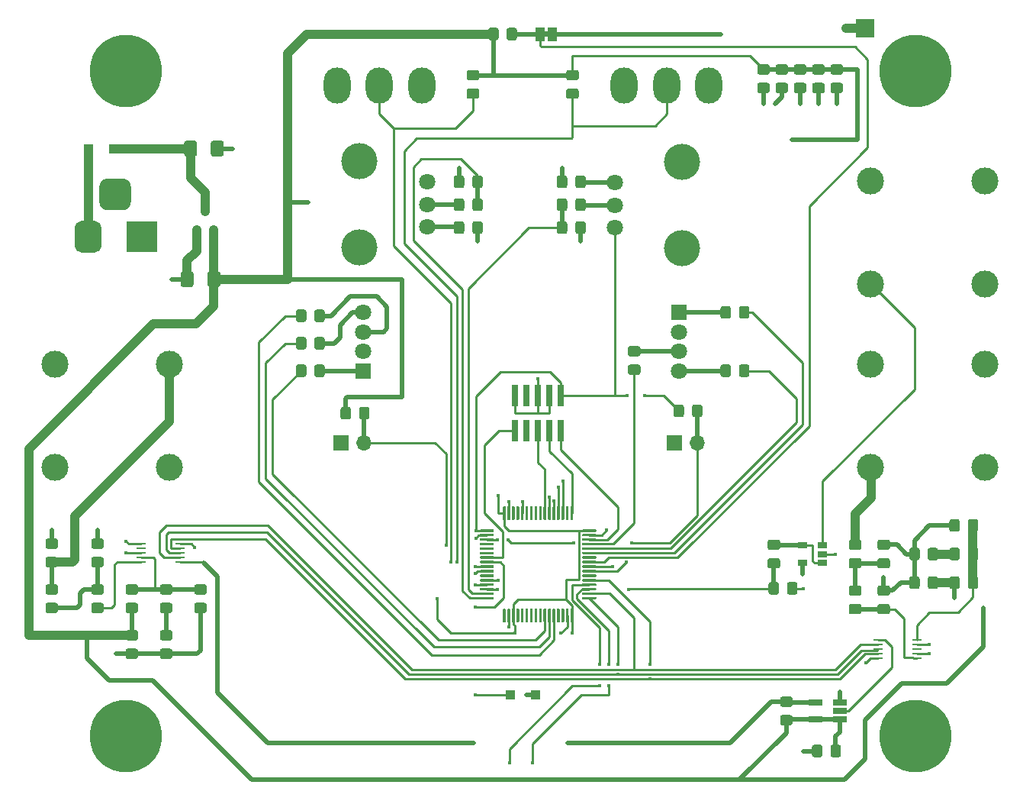
<source format=gbr>
%TF.GenerationSoftware,KiCad,Pcbnew,5.1.6-c6e7f7d~87~ubuntu18.04.1*%
%TF.CreationDate,2020-10-29T02:15:20+00:00*%
%TF.ProjectId,CirrusDspPedal,43697272-7573-4447-9370-506564616c2e,rev?*%
%TF.SameCoordinates,Original*%
%TF.FileFunction,Copper,L1,Top*%
%TF.FilePolarity,Positive*%
%FSLAX46Y46*%
G04 Gerber Fmt 4.6, Leading zero omitted, Abs format (unit mm)*
G04 Created by KiCad (PCBNEW 5.1.6-c6e7f7d~87~ubuntu18.04.1) date 2020-10-29 02:15:20*
%MOMM*%
%LPD*%
G01*
G04 APERTURE LIST*
%TA.AperFunction,EtchedComponent*%
%ADD10C,0.100000*%
%TD*%
%TA.AperFunction,ComponentPad*%
%ADD11C,1.800000*%
%TD*%
%TA.AperFunction,ComponentPad*%
%ADD12R,1.800000X1.800000*%
%TD*%
%TA.AperFunction,SMDPad,CuDef*%
%ADD13R,1.100000X1.100000*%
%TD*%
%TA.AperFunction,SMDPad,CuDef*%
%ADD14R,0.740000X2.400000*%
%TD*%
%TA.AperFunction,SMDPad,CuDef*%
%ADD15R,1.060000X0.650000*%
%TD*%
%TA.AperFunction,SMDPad,CuDef*%
%ADD16R,0.800000X0.900000*%
%TD*%
%TA.AperFunction,SMDPad,CuDef*%
%ADD17R,1.100000X0.250000*%
%TD*%
%TA.AperFunction,SMDPad,CuDef*%
%ADD18R,1.560000X0.650000*%
%TD*%
%TA.AperFunction,ComponentPad*%
%ADD19O,3.000000X4.000000*%
%TD*%
%TA.AperFunction,ComponentPad*%
%ADD20O,1.700000X1.700000*%
%TD*%
%TA.AperFunction,ComponentPad*%
%ADD21R,1.700000X1.700000*%
%TD*%
%TA.AperFunction,WasherPad*%
%ADD22C,4.000000*%
%TD*%
%TA.AperFunction,SMDPad,CuDef*%
%ADD23R,1.000000X1.500000*%
%TD*%
%TA.AperFunction,SMDPad,CuDef*%
%ADD24R,2.000000X2.000000*%
%TD*%
%TA.AperFunction,ComponentPad*%
%ADD25C,3.000000*%
%TD*%
%TA.AperFunction,ComponentPad*%
%ADD26R,3.500000X3.500000*%
%TD*%
%TA.AperFunction,ComponentPad*%
%ADD27C,8.000000*%
%TD*%
%TA.AperFunction,ComponentPad*%
%ADD28C,0.900000*%
%TD*%
%TA.AperFunction,ViaPad*%
%ADD29C,0.450000*%
%TD*%
%TA.AperFunction,Conductor*%
%ADD30C,0.250000*%
%TD*%
%TA.AperFunction,Conductor*%
%ADD31C,0.500000*%
%TD*%
%TA.AperFunction,Conductor*%
%ADD32C,1.000000*%
%TD*%
G04 APERTURE END LIST*
D10*
%TO.C,JP1*%
G36*
X151134000Y-56469000D02*
G01*
X151634000Y-56469000D01*
X151634000Y-57069000D01*
X151134000Y-57069000D01*
X151134000Y-56469000D01*
G37*
%TD*%
D11*
%TO.P,LED1,4*%
%TO.N,Net-(LED1-Pad4)*%
X131064000Y-87630000D03*
%TO.P,LED1,3*%
%TO.N,Net-(LED1-Pad3)*%
X131064000Y-89789000D03*
%TO.P,LED1,2*%
%TO.N,GND*%
X131064000Y-91948000D03*
D12*
%TO.P,LED1,1*%
%TO.N,Net-(LED1-Pad1)*%
X131064000Y-94107000D03*
%TD*%
D11*
%TO.P,LED2,4*%
%TO.N,Net-(LED2-Pad4)*%
X166116000Y-94107000D03*
%TO.P,LED2,3*%
%TO.N,Net-(LED2-Pad3)*%
X166116000Y-91948000D03*
%TO.P,LED2,2*%
%TO.N,GND*%
X166116000Y-89789000D03*
D12*
%TO.P,LED2,1*%
%TO.N,Net-(LED2-Pad1)*%
X166116000Y-87630000D03*
%TD*%
%TO.P,U7,64*%
%TO.N,+3V3*%
%TA.AperFunction,SMDPad,CuDef*%
G36*
G01*
X146595000Y-110595000D02*
X146595000Y-109195000D01*
G75*
G02*
X146670000Y-109120000I75000J0D01*
G01*
X146820000Y-109120000D01*
G75*
G02*
X146895000Y-109195000I0J-75000D01*
G01*
X146895000Y-110595000D01*
G75*
G02*
X146820000Y-110670000I-75000J0D01*
G01*
X146670000Y-110670000D01*
G75*
G02*
X146595000Y-110595000I0J75000D01*
G01*
G37*
%TD.AperFunction*%
%TO.P,U7,63*%
%TO.N,GND*%
%TA.AperFunction,SMDPad,CuDef*%
G36*
G01*
X147095000Y-110595000D02*
X147095000Y-109195000D01*
G75*
G02*
X147170000Y-109120000I75000J0D01*
G01*
X147320000Y-109120000D01*
G75*
G02*
X147395000Y-109195000I0J-75000D01*
G01*
X147395000Y-110595000D01*
G75*
G02*
X147320000Y-110670000I-75000J0D01*
G01*
X147170000Y-110670000D01*
G75*
G02*
X147095000Y-110595000I0J75000D01*
G01*
G37*
%TD.AperFunction*%
%TO.P,U7,62*%
%TO.N,Net-(U7-Pad62)*%
%TA.AperFunction,SMDPad,CuDef*%
G36*
G01*
X147595000Y-110595000D02*
X147595000Y-109195000D01*
G75*
G02*
X147670000Y-109120000I75000J0D01*
G01*
X147820000Y-109120000D01*
G75*
G02*
X147895000Y-109195000I0J-75000D01*
G01*
X147895000Y-110595000D01*
G75*
G02*
X147820000Y-110670000I-75000J0D01*
G01*
X147670000Y-110670000D01*
G75*
G02*
X147595000Y-110595000I0J75000D01*
G01*
G37*
%TD.AperFunction*%
%TO.P,U7,61*%
%TO.N,Net-(U7-Pad61)*%
%TA.AperFunction,SMDPad,CuDef*%
G36*
G01*
X148095000Y-110595000D02*
X148095000Y-109195000D01*
G75*
G02*
X148170000Y-109120000I75000J0D01*
G01*
X148320000Y-109120000D01*
G75*
G02*
X148395000Y-109195000I0J-75000D01*
G01*
X148395000Y-110595000D01*
G75*
G02*
X148320000Y-110670000I-75000J0D01*
G01*
X148170000Y-110670000D01*
G75*
G02*
X148095000Y-110595000I0J75000D01*
G01*
G37*
%TD.AperFunction*%
%TO.P,U7,60*%
%TO.N,GND*%
%TA.AperFunction,SMDPad,CuDef*%
G36*
G01*
X148595000Y-110595000D02*
X148595000Y-109195000D01*
G75*
G02*
X148670000Y-109120000I75000J0D01*
G01*
X148820000Y-109120000D01*
G75*
G02*
X148895000Y-109195000I0J-75000D01*
G01*
X148895000Y-110595000D01*
G75*
G02*
X148820000Y-110670000I-75000J0D01*
G01*
X148670000Y-110670000D01*
G75*
G02*
X148595000Y-110595000I0J75000D01*
G01*
G37*
%TD.AperFunction*%
%TO.P,U7,59*%
%TO.N,Net-(U7-Pad59)*%
%TA.AperFunction,SMDPad,CuDef*%
G36*
G01*
X149095000Y-110595000D02*
X149095000Y-109195000D01*
G75*
G02*
X149170000Y-109120000I75000J0D01*
G01*
X149320000Y-109120000D01*
G75*
G02*
X149395000Y-109195000I0J-75000D01*
G01*
X149395000Y-110595000D01*
G75*
G02*
X149320000Y-110670000I-75000J0D01*
G01*
X149170000Y-110670000D01*
G75*
G02*
X149095000Y-110595000I0J75000D01*
G01*
G37*
%TD.AperFunction*%
%TO.P,U7,58*%
%TO.N,Net-(U7-Pad58)*%
%TA.AperFunction,SMDPad,CuDef*%
G36*
G01*
X149595000Y-110595000D02*
X149595000Y-109195000D01*
G75*
G02*
X149670000Y-109120000I75000J0D01*
G01*
X149820000Y-109120000D01*
G75*
G02*
X149895000Y-109195000I0J-75000D01*
G01*
X149895000Y-110595000D01*
G75*
G02*
X149820000Y-110670000I-75000J0D01*
G01*
X149670000Y-110670000D01*
G75*
G02*
X149595000Y-110595000I0J75000D01*
G01*
G37*
%TD.AperFunction*%
%TO.P,U7,57*%
%TO.N,Net-(U7-Pad57)*%
%TA.AperFunction,SMDPad,CuDef*%
G36*
G01*
X150095000Y-110595000D02*
X150095000Y-109195000D01*
G75*
G02*
X150170000Y-109120000I75000J0D01*
G01*
X150320000Y-109120000D01*
G75*
G02*
X150395000Y-109195000I0J-75000D01*
G01*
X150395000Y-110595000D01*
G75*
G02*
X150320000Y-110670000I-75000J0D01*
G01*
X150170000Y-110670000D01*
G75*
G02*
X150095000Y-110595000I0J75000D01*
G01*
G37*
%TD.AperFunction*%
%TO.P,U7,56*%
%TO.N,Net-(U7-Pad56)*%
%TA.AperFunction,SMDPad,CuDef*%
G36*
G01*
X150595000Y-110595000D02*
X150595000Y-109195000D01*
G75*
G02*
X150670000Y-109120000I75000J0D01*
G01*
X150820000Y-109120000D01*
G75*
G02*
X150895000Y-109195000I0J-75000D01*
G01*
X150895000Y-110595000D01*
G75*
G02*
X150820000Y-110670000I-75000J0D01*
G01*
X150670000Y-110670000D01*
G75*
G02*
X150595000Y-110595000I0J75000D01*
G01*
G37*
%TD.AperFunction*%
%TO.P,U7,55*%
%TO.N,/SignalProcessing/SWO*%
%TA.AperFunction,SMDPad,CuDef*%
G36*
G01*
X151095000Y-110595000D02*
X151095000Y-109195000D01*
G75*
G02*
X151170000Y-109120000I75000J0D01*
G01*
X151320000Y-109120000D01*
G75*
G02*
X151395000Y-109195000I0J-75000D01*
G01*
X151395000Y-110595000D01*
G75*
G02*
X151320000Y-110670000I-75000J0D01*
G01*
X151170000Y-110670000D01*
G75*
G02*
X151095000Y-110595000I0J75000D01*
G01*
G37*
%TD.AperFunction*%
%TO.P,U7,54*%
%TO.N,/MicroSD/uSD_CMD*%
%TA.AperFunction,SMDPad,CuDef*%
G36*
G01*
X151595000Y-110595000D02*
X151595000Y-109195000D01*
G75*
G02*
X151670000Y-109120000I75000J0D01*
G01*
X151820000Y-109120000D01*
G75*
G02*
X151895000Y-109195000I0J-75000D01*
G01*
X151895000Y-110595000D01*
G75*
G02*
X151820000Y-110670000I-75000J0D01*
G01*
X151670000Y-110670000D01*
G75*
G02*
X151595000Y-110595000I0J75000D01*
G01*
G37*
%TD.AperFunction*%
%TO.P,U7,53*%
%TO.N,/MicroSD/uSD_CLK*%
%TA.AperFunction,SMDPad,CuDef*%
G36*
G01*
X152095000Y-110595000D02*
X152095000Y-109195000D01*
G75*
G02*
X152170000Y-109120000I75000J0D01*
G01*
X152320000Y-109120000D01*
G75*
G02*
X152395000Y-109195000I0J-75000D01*
G01*
X152395000Y-110595000D01*
G75*
G02*
X152320000Y-110670000I-75000J0D01*
G01*
X152170000Y-110670000D01*
G75*
G02*
X152095000Y-110595000I0J75000D01*
G01*
G37*
%TD.AperFunction*%
%TO.P,U7,52*%
%TO.N,/MicroSD/uSD_D3*%
%TA.AperFunction,SMDPad,CuDef*%
G36*
G01*
X152595000Y-110595000D02*
X152595000Y-109195000D01*
G75*
G02*
X152670000Y-109120000I75000J0D01*
G01*
X152820000Y-109120000D01*
G75*
G02*
X152895000Y-109195000I0J-75000D01*
G01*
X152895000Y-110595000D01*
G75*
G02*
X152820000Y-110670000I-75000J0D01*
G01*
X152670000Y-110670000D01*
G75*
G02*
X152595000Y-110595000I0J75000D01*
G01*
G37*
%TD.AperFunction*%
%TO.P,U7,51*%
%TO.N,/MicroSD/uSD_D2*%
%TA.AperFunction,SMDPad,CuDef*%
G36*
G01*
X153095000Y-110595000D02*
X153095000Y-109195000D01*
G75*
G02*
X153170000Y-109120000I75000J0D01*
G01*
X153320000Y-109120000D01*
G75*
G02*
X153395000Y-109195000I0J-75000D01*
G01*
X153395000Y-110595000D01*
G75*
G02*
X153320000Y-110670000I-75000J0D01*
G01*
X153170000Y-110670000D01*
G75*
G02*
X153095000Y-110595000I0J75000D01*
G01*
G37*
%TD.AperFunction*%
%TO.P,U7,50*%
%TO.N,Net-(U7-Pad50)*%
%TA.AperFunction,SMDPad,CuDef*%
G36*
G01*
X153595000Y-110595000D02*
X153595000Y-109195000D01*
G75*
G02*
X153670000Y-109120000I75000J0D01*
G01*
X153820000Y-109120000D01*
G75*
G02*
X153895000Y-109195000I0J-75000D01*
G01*
X153895000Y-110595000D01*
G75*
G02*
X153820000Y-110670000I-75000J0D01*
G01*
X153670000Y-110670000D01*
G75*
G02*
X153595000Y-110595000I0J75000D01*
G01*
G37*
%TD.AperFunction*%
%TO.P,U7,49*%
%TO.N,/SignalProcessing/SWCLK*%
%TA.AperFunction,SMDPad,CuDef*%
G36*
G01*
X154095000Y-110595000D02*
X154095000Y-109195000D01*
G75*
G02*
X154170000Y-109120000I75000J0D01*
G01*
X154320000Y-109120000D01*
G75*
G02*
X154395000Y-109195000I0J-75000D01*
G01*
X154395000Y-110595000D01*
G75*
G02*
X154320000Y-110670000I-75000J0D01*
G01*
X154170000Y-110670000D01*
G75*
G02*
X154095000Y-110595000I0J75000D01*
G01*
G37*
%TD.AperFunction*%
%TO.P,U7,48*%
%TO.N,+3V3*%
%TA.AperFunction,SMDPad,CuDef*%
G36*
G01*
X155395000Y-111895000D02*
X155395000Y-111745000D01*
G75*
G02*
X155470000Y-111670000I75000J0D01*
G01*
X156870000Y-111670000D01*
G75*
G02*
X156945000Y-111745000I0J-75000D01*
G01*
X156945000Y-111895000D01*
G75*
G02*
X156870000Y-111970000I-75000J0D01*
G01*
X155470000Y-111970000D01*
G75*
G02*
X155395000Y-111895000I0J75000D01*
G01*
G37*
%TD.AperFunction*%
%TO.P,U7,47*%
%TO.N,/SignalProcessing/VCAP2*%
%TA.AperFunction,SMDPad,CuDef*%
G36*
G01*
X155395000Y-112395000D02*
X155395000Y-112245000D01*
G75*
G02*
X155470000Y-112170000I75000J0D01*
G01*
X156870000Y-112170000D01*
G75*
G02*
X156945000Y-112245000I0J-75000D01*
G01*
X156945000Y-112395000D01*
G75*
G02*
X156870000Y-112470000I-75000J0D01*
G01*
X155470000Y-112470000D01*
G75*
G02*
X155395000Y-112395000I0J75000D01*
G01*
G37*
%TD.AperFunction*%
%TO.P,U7,46*%
%TO.N,/SignalProcessing/SWDIO*%
%TA.AperFunction,SMDPad,CuDef*%
G36*
G01*
X155395000Y-112895000D02*
X155395000Y-112745000D01*
G75*
G02*
X155470000Y-112670000I75000J0D01*
G01*
X156870000Y-112670000D01*
G75*
G02*
X156945000Y-112745000I0J-75000D01*
G01*
X156945000Y-112895000D01*
G75*
G02*
X156870000Y-112970000I-75000J0D01*
G01*
X155470000Y-112970000D01*
G75*
G02*
X155395000Y-112895000I0J75000D01*
G01*
G37*
%TD.AperFunction*%
%TO.P,U7,45*%
%TO.N,/SignalProcessing/LEDB_B*%
%TA.AperFunction,SMDPad,CuDef*%
G36*
G01*
X155395000Y-113395000D02*
X155395000Y-113245000D01*
G75*
G02*
X155470000Y-113170000I75000J0D01*
G01*
X156870000Y-113170000D01*
G75*
G02*
X156945000Y-113245000I0J-75000D01*
G01*
X156945000Y-113395000D01*
G75*
G02*
X156870000Y-113470000I-75000J0D01*
G01*
X155470000Y-113470000D01*
G75*
G02*
X155395000Y-113395000I0J75000D01*
G01*
G37*
%TD.AperFunction*%
%TO.P,U7,44*%
%TO.N,/SignalProcessing/LEDB_G*%
%TA.AperFunction,SMDPad,CuDef*%
G36*
G01*
X155395000Y-113895000D02*
X155395000Y-113745000D01*
G75*
G02*
X155470000Y-113670000I75000J0D01*
G01*
X156870000Y-113670000D01*
G75*
G02*
X156945000Y-113745000I0J-75000D01*
G01*
X156945000Y-113895000D01*
G75*
G02*
X156870000Y-113970000I-75000J0D01*
G01*
X155470000Y-113970000D01*
G75*
G02*
X155395000Y-113895000I0J75000D01*
G01*
G37*
%TD.AperFunction*%
%TO.P,U7,43*%
%TO.N,/SignalProcessing/LEDB_R*%
%TA.AperFunction,SMDPad,CuDef*%
G36*
G01*
X155395000Y-114395000D02*
X155395000Y-114245000D01*
G75*
G02*
X155470000Y-114170000I75000J0D01*
G01*
X156870000Y-114170000D01*
G75*
G02*
X156945000Y-114245000I0J-75000D01*
G01*
X156945000Y-114395000D01*
G75*
G02*
X156870000Y-114470000I-75000J0D01*
G01*
X155470000Y-114470000D01*
G75*
G02*
X155395000Y-114395000I0J75000D01*
G01*
G37*
%TD.AperFunction*%
%TO.P,U7,42*%
%TO.N,Net-(U7-Pad42)*%
%TA.AperFunction,SMDPad,CuDef*%
G36*
G01*
X155395000Y-114895000D02*
X155395000Y-114745000D01*
G75*
G02*
X155470000Y-114670000I75000J0D01*
G01*
X156870000Y-114670000D01*
G75*
G02*
X156945000Y-114745000I0J-75000D01*
G01*
X156945000Y-114895000D01*
G75*
G02*
X156870000Y-114970000I-75000J0D01*
G01*
X155470000Y-114970000D01*
G75*
G02*
X155395000Y-114895000I0J75000D01*
G01*
G37*
%TD.AperFunction*%
%TO.P,U7,41*%
%TO.N,/MicroSD/uSD_Detect*%
%TA.AperFunction,SMDPad,CuDef*%
G36*
G01*
X155395000Y-115395000D02*
X155395000Y-115245000D01*
G75*
G02*
X155470000Y-115170000I75000J0D01*
G01*
X156870000Y-115170000D01*
G75*
G02*
X156945000Y-115245000I0J-75000D01*
G01*
X156945000Y-115395000D01*
G75*
G02*
X156870000Y-115470000I-75000J0D01*
G01*
X155470000Y-115470000D01*
G75*
G02*
X155395000Y-115395000I0J75000D01*
G01*
G37*
%TD.AperFunction*%
%TO.P,U7,40*%
%TO.N,/MicroSD/uSD_D1*%
%TA.AperFunction,SMDPad,CuDef*%
G36*
G01*
X155395000Y-115895000D02*
X155395000Y-115745000D01*
G75*
G02*
X155470000Y-115670000I75000J0D01*
G01*
X156870000Y-115670000D01*
G75*
G02*
X156945000Y-115745000I0J-75000D01*
G01*
X156945000Y-115895000D01*
G75*
G02*
X156870000Y-115970000I-75000J0D01*
G01*
X155470000Y-115970000D01*
G75*
G02*
X155395000Y-115895000I0J75000D01*
G01*
G37*
%TD.AperFunction*%
%TO.P,U7,39*%
%TO.N,/MicroSD/uSD_D0*%
%TA.AperFunction,SMDPad,CuDef*%
G36*
G01*
X155395000Y-116395000D02*
X155395000Y-116245000D01*
G75*
G02*
X155470000Y-116170000I75000J0D01*
G01*
X156870000Y-116170000D01*
G75*
G02*
X156945000Y-116245000I0J-75000D01*
G01*
X156945000Y-116395000D01*
G75*
G02*
X156870000Y-116470000I-75000J0D01*
G01*
X155470000Y-116470000D01*
G75*
G02*
X155395000Y-116395000I0J75000D01*
G01*
G37*
%TD.AperFunction*%
%TO.P,U7,38*%
%TO.N,Net-(U7-Pad38)*%
%TA.AperFunction,SMDPad,CuDef*%
G36*
G01*
X155395000Y-116895000D02*
X155395000Y-116745000D01*
G75*
G02*
X155470000Y-116670000I75000J0D01*
G01*
X156870000Y-116670000D01*
G75*
G02*
X156945000Y-116745000I0J-75000D01*
G01*
X156945000Y-116895000D01*
G75*
G02*
X156870000Y-116970000I-75000J0D01*
G01*
X155470000Y-116970000D01*
G75*
G02*
X155395000Y-116895000I0J75000D01*
G01*
G37*
%TD.AperFunction*%
%TO.P,U7,37*%
%TO.N,/InputSignal/ADIN_MCLK*%
%TA.AperFunction,SMDPad,CuDef*%
G36*
G01*
X155395000Y-117395000D02*
X155395000Y-117245000D01*
G75*
G02*
X155470000Y-117170000I75000J0D01*
G01*
X156870000Y-117170000D01*
G75*
G02*
X156945000Y-117245000I0J-75000D01*
G01*
X156945000Y-117395000D01*
G75*
G02*
X156870000Y-117470000I-75000J0D01*
G01*
X155470000Y-117470000D01*
G75*
G02*
X155395000Y-117395000I0J75000D01*
G01*
G37*
%TD.AperFunction*%
%TO.P,U7,36*%
%TO.N,/SignalRelay/FX_OUT*%
%TA.AperFunction,SMDPad,CuDef*%
G36*
G01*
X155395000Y-117895000D02*
X155395000Y-117745000D01*
G75*
G02*
X155470000Y-117670000I75000J0D01*
G01*
X156870000Y-117670000D01*
G75*
G02*
X156945000Y-117745000I0J-75000D01*
G01*
X156945000Y-117895000D01*
G75*
G02*
X156870000Y-117970000I-75000J0D01*
G01*
X155470000Y-117970000D01*
G75*
G02*
X155395000Y-117895000I0J75000D01*
G01*
G37*
%TD.AperFunction*%
%TO.P,U7,35*%
%TO.N,/SignalRelay/FX_IN*%
%TA.AperFunction,SMDPad,CuDef*%
G36*
G01*
X155395000Y-118395000D02*
X155395000Y-118245000D01*
G75*
G02*
X155470000Y-118170000I75000J0D01*
G01*
X156870000Y-118170000D01*
G75*
G02*
X156945000Y-118245000I0J-75000D01*
G01*
X156945000Y-118395000D01*
G75*
G02*
X156870000Y-118470000I-75000J0D01*
G01*
X155470000Y-118470000D01*
G75*
G02*
X155395000Y-118395000I0J75000D01*
G01*
G37*
%TD.AperFunction*%
%TO.P,U7,34*%
%TO.N,/InputSignal/ADIN_SCLK*%
%TA.AperFunction,SMDPad,CuDef*%
G36*
G01*
X155395000Y-118895000D02*
X155395000Y-118745000D01*
G75*
G02*
X155470000Y-118670000I75000J0D01*
G01*
X156870000Y-118670000D01*
G75*
G02*
X156945000Y-118745000I0J-75000D01*
G01*
X156945000Y-118895000D01*
G75*
G02*
X156870000Y-118970000I-75000J0D01*
G01*
X155470000Y-118970000D01*
G75*
G02*
X155395000Y-118895000I0J75000D01*
G01*
G37*
%TD.AperFunction*%
%TO.P,U7,33*%
%TO.N,/InputSignal/ADIN_LRCK*%
%TA.AperFunction,SMDPad,CuDef*%
G36*
G01*
X155395000Y-119395000D02*
X155395000Y-119245000D01*
G75*
G02*
X155470000Y-119170000I75000J0D01*
G01*
X156870000Y-119170000D01*
G75*
G02*
X156945000Y-119245000I0J-75000D01*
G01*
X156945000Y-119395000D01*
G75*
G02*
X156870000Y-119470000I-75000J0D01*
G01*
X155470000Y-119470000D01*
G75*
G02*
X155395000Y-119395000I0J75000D01*
G01*
G37*
%TD.AperFunction*%
%TO.P,U7,32*%
%TO.N,+3V3*%
%TA.AperFunction,SMDPad,CuDef*%
G36*
G01*
X154095000Y-121945000D02*
X154095000Y-120545000D01*
G75*
G02*
X154170000Y-120470000I75000J0D01*
G01*
X154320000Y-120470000D01*
G75*
G02*
X154395000Y-120545000I0J-75000D01*
G01*
X154395000Y-121945000D01*
G75*
G02*
X154320000Y-122020000I-75000J0D01*
G01*
X154170000Y-122020000D01*
G75*
G02*
X154095000Y-121945000I0J75000D01*
G01*
G37*
%TD.AperFunction*%
%TO.P,U7,31*%
%TO.N,/SignalProcessing/VCAP1*%
%TA.AperFunction,SMDPad,CuDef*%
G36*
G01*
X153595000Y-121945000D02*
X153595000Y-120545000D01*
G75*
G02*
X153670000Y-120470000I75000J0D01*
G01*
X153820000Y-120470000D01*
G75*
G02*
X153895000Y-120545000I0J-75000D01*
G01*
X153895000Y-121945000D01*
G75*
G02*
X153820000Y-122020000I-75000J0D01*
G01*
X153670000Y-122020000D01*
G75*
G02*
X153595000Y-121945000I0J75000D01*
G01*
G37*
%TD.AperFunction*%
%TO.P,U7,30*%
%TO.N,Net-(U7-Pad30)*%
%TA.AperFunction,SMDPad,CuDef*%
G36*
G01*
X153095000Y-121945000D02*
X153095000Y-120545000D01*
G75*
G02*
X153170000Y-120470000I75000J0D01*
G01*
X153320000Y-120470000D01*
G75*
G02*
X153395000Y-120545000I0J-75000D01*
G01*
X153395000Y-121945000D01*
G75*
G02*
X153320000Y-122020000I-75000J0D01*
G01*
X153170000Y-122020000D01*
G75*
G02*
X153095000Y-121945000I0J75000D01*
G01*
G37*
%TD.AperFunction*%
%TO.P,U7,29*%
%TO.N,Net-(U7-Pad29)*%
%TA.AperFunction,SMDPad,CuDef*%
G36*
G01*
X152595000Y-121945000D02*
X152595000Y-120545000D01*
G75*
G02*
X152670000Y-120470000I75000J0D01*
G01*
X152820000Y-120470000D01*
G75*
G02*
X152895000Y-120545000I0J-75000D01*
G01*
X152895000Y-121945000D01*
G75*
G02*
X152820000Y-122020000I-75000J0D01*
G01*
X152670000Y-122020000D01*
G75*
G02*
X152595000Y-121945000I0J75000D01*
G01*
G37*
%TD.AperFunction*%
%TO.P,U7,28*%
%TO.N,/SignalProcessing/LEDA_B*%
%TA.AperFunction,SMDPad,CuDef*%
G36*
G01*
X152095000Y-121945000D02*
X152095000Y-120545000D01*
G75*
G02*
X152170000Y-120470000I75000J0D01*
G01*
X152320000Y-120470000D01*
G75*
G02*
X152395000Y-120545000I0J-75000D01*
G01*
X152395000Y-121945000D01*
G75*
G02*
X152320000Y-122020000I-75000J0D01*
G01*
X152170000Y-122020000D01*
G75*
G02*
X152095000Y-121945000I0J75000D01*
G01*
G37*
%TD.AperFunction*%
%TO.P,U7,27*%
%TO.N,/SignalProcessing/LEDA_G*%
%TA.AperFunction,SMDPad,CuDef*%
G36*
G01*
X151595000Y-121945000D02*
X151595000Y-120545000D01*
G75*
G02*
X151670000Y-120470000I75000J0D01*
G01*
X151820000Y-120470000D01*
G75*
G02*
X151895000Y-120545000I0J-75000D01*
G01*
X151895000Y-121945000D01*
G75*
G02*
X151820000Y-122020000I-75000J0D01*
G01*
X151670000Y-122020000D01*
G75*
G02*
X151595000Y-121945000I0J75000D01*
G01*
G37*
%TD.AperFunction*%
%TO.P,U7,26*%
%TO.N,/SignalProcessing/LEDA_R*%
%TA.AperFunction,SMDPad,CuDef*%
G36*
G01*
X151095000Y-121945000D02*
X151095000Y-120545000D01*
G75*
G02*
X151170000Y-120470000I75000J0D01*
G01*
X151320000Y-120470000D01*
G75*
G02*
X151395000Y-120545000I0J-75000D01*
G01*
X151395000Y-121945000D01*
G75*
G02*
X151320000Y-122020000I-75000J0D01*
G01*
X151170000Y-122020000D01*
G75*
G02*
X151095000Y-121945000I0J75000D01*
G01*
G37*
%TD.AperFunction*%
%TO.P,U7,25*%
%TO.N,Net-(U7-Pad25)*%
%TA.AperFunction,SMDPad,CuDef*%
G36*
G01*
X150595000Y-121945000D02*
X150595000Y-120545000D01*
G75*
G02*
X150670000Y-120470000I75000J0D01*
G01*
X150820000Y-120470000D01*
G75*
G02*
X150895000Y-120545000I0J-75000D01*
G01*
X150895000Y-121945000D01*
G75*
G02*
X150820000Y-122020000I-75000J0D01*
G01*
X150670000Y-122020000D01*
G75*
G02*
X150595000Y-121945000I0J75000D01*
G01*
G37*
%TD.AperFunction*%
%TO.P,U7,24*%
%TO.N,Net-(U7-Pad24)*%
%TA.AperFunction,SMDPad,CuDef*%
G36*
G01*
X150095000Y-121945000D02*
X150095000Y-120545000D01*
G75*
G02*
X150170000Y-120470000I75000J0D01*
G01*
X150320000Y-120470000D01*
G75*
G02*
X150395000Y-120545000I0J-75000D01*
G01*
X150395000Y-121945000D01*
G75*
G02*
X150320000Y-122020000I-75000J0D01*
G01*
X150170000Y-122020000D01*
G75*
G02*
X150095000Y-121945000I0J75000D01*
G01*
G37*
%TD.AperFunction*%
%TO.P,U7,23*%
%TO.N,Net-(U7-Pad23)*%
%TA.AperFunction,SMDPad,CuDef*%
G36*
G01*
X149595000Y-121945000D02*
X149595000Y-120545000D01*
G75*
G02*
X149670000Y-120470000I75000J0D01*
G01*
X149820000Y-120470000D01*
G75*
G02*
X149895000Y-120545000I0J-75000D01*
G01*
X149895000Y-121945000D01*
G75*
G02*
X149820000Y-122020000I-75000J0D01*
G01*
X149670000Y-122020000D01*
G75*
G02*
X149595000Y-121945000I0J75000D01*
G01*
G37*
%TD.AperFunction*%
%TO.P,U7,22*%
%TO.N,Net-(U7-Pad22)*%
%TA.AperFunction,SMDPad,CuDef*%
G36*
G01*
X149095000Y-121945000D02*
X149095000Y-120545000D01*
G75*
G02*
X149170000Y-120470000I75000J0D01*
G01*
X149320000Y-120470000D01*
G75*
G02*
X149395000Y-120545000I0J-75000D01*
G01*
X149395000Y-121945000D01*
G75*
G02*
X149320000Y-122020000I-75000J0D01*
G01*
X149170000Y-122020000D01*
G75*
G02*
X149095000Y-121945000I0J75000D01*
G01*
G37*
%TD.AperFunction*%
%TO.P,U7,21*%
%TO.N,Net-(U7-Pad21)*%
%TA.AperFunction,SMDPad,CuDef*%
G36*
G01*
X148595000Y-121945000D02*
X148595000Y-120545000D01*
G75*
G02*
X148670000Y-120470000I75000J0D01*
G01*
X148820000Y-120470000D01*
G75*
G02*
X148895000Y-120545000I0J-75000D01*
G01*
X148895000Y-121945000D01*
G75*
G02*
X148820000Y-122020000I-75000J0D01*
G01*
X148670000Y-122020000D01*
G75*
G02*
X148595000Y-121945000I0J75000D01*
G01*
G37*
%TD.AperFunction*%
%TO.P,U7,20*%
%TO.N,Net-(U7-Pad20)*%
%TA.AperFunction,SMDPad,CuDef*%
G36*
G01*
X148095000Y-121945000D02*
X148095000Y-120545000D01*
G75*
G02*
X148170000Y-120470000I75000J0D01*
G01*
X148320000Y-120470000D01*
G75*
G02*
X148395000Y-120545000I0J-75000D01*
G01*
X148395000Y-121945000D01*
G75*
G02*
X148320000Y-122020000I-75000J0D01*
G01*
X148170000Y-122020000D01*
G75*
G02*
X148095000Y-121945000I0J75000D01*
G01*
G37*
%TD.AperFunction*%
%TO.P,U7,19*%
%TO.N,+3V3*%
%TA.AperFunction,SMDPad,CuDef*%
G36*
G01*
X147595000Y-121945000D02*
X147595000Y-120545000D01*
G75*
G02*
X147670000Y-120470000I75000J0D01*
G01*
X147820000Y-120470000D01*
G75*
G02*
X147895000Y-120545000I0J-75000D01*
G01*
X147895000Y-121945000D01*
G75*
G02*
X147820000Y-122020000I-75000J0D01*
G01*
X147670000Y-122020000D01*
G75*
G02*
X147595000Y-121945000I0J75000D01*
G01*
G37*
%TD.AperFunction*%
%TO.P,U7,18*%
%TO.N,GND*%
%TA.AperFunction,SMDPad,CuDef*%
G36*
G01*
X147095000Y-121945000D02*
X147095000Y-120545000D01*
G75*
G02*
X147170000Y-120470000I75000J0D01*
G01*
X147320000Y-120470000D01*
G75*
G02*
X147395000Y-120545000I0J-75000D01*
G01*
X147395000Y-121945000D01*
G75*
G02*
X147320000Y-122020000I-75000J0D01*
G01*
X147170000Y-122020000D01*
G75*
G02*
X147095000Y-121945000I0J75000D01*
G01*
G37*
%TD.AperFunction*%
%TO.P,U7,17*%
%TO.N,Net-(U7-Pad17)*%
%TA.AperFunction,SMDPad,CuDef*%
G36*
G01*
X146595000Y-121945000D02*
X146595000Y-120545000D01*
G75*
G02*
X146670000Y-120470000I75000J0D01*
G01*
X146820000Y-120470000D01*
G75*
G02*
X146895000Y-120545000I0J-75000D01*
G01*
X146895000Y-121945000D01*
G75*
G02*
X146820000Y-122020000I-75000J0D01*
G01*
X146670000Y-122020000D01*
G75*
G02*
X146595000Y-121945000I0J75000D01*
G01*
G37*
%TD.AperFunction*%
%TO.P,U7,16*%
%TO.N,/ExtInput/UserPotB_IN*%
%TA.AperFunction,SMDPad,CuDef*%
G36*
G01*
X144045000Y-119395000D02*
X144045000Y-119245000D01*
G75*
G02*
X144120000Y-119170000I75000J0D01*
G01*
X145520000Y-119170000D01*
G75*
G02*
X145595000Y-119245000I0J-75000D01*
G01*
X145595000Y-119395000D01*
G75*
G02*
X145520000Y-119470000I-75000J0D01*
G01*
X144120000Y-119470000D01*
G75*
G02*
X144045000Y-119395000I0J75000D01*
G01*
G37*
%TD.AperFunction*%
%TO.P,U7,15*%
%TO.N,/ExtInput/UserPotA_IN*%
%TA.AperFunction,SMDPad,CuDef*%
G36*
G01*
X144045000Y-118895000D02*
X144045000Y-118745000D01*
G75*
G02*
X144120000Y-118670000I75000J0D01*
G01*
X145520000Y-118670000D01*
G75*
G02*
X145595000Y-118745000I0J-75000D01*
G01*
X145595000Y-118895000D01*
G75*
G02*
X145520000Y-118970000I-75000J0D01*
G01*
X144120000Y-118970000D01*
G75*
G02*
X144045000Y-118895000I0J75000D01*
G01*
G37*
%TD.AperFunction*%
%TO.P,U7,14*%
%TO.N,/ExtInput/FootExp_IN*%
%TA.AperFunction,SMDPad,CuDef*%
G36*
G01*
X144045000Y-118395000D02*
X144045000Y-118245000D01*
G75*
G02*
X144120000Y-118170000I75000J0D01*
G01*
X145520000Y-118170000D01*
G75*
G02*
X145595000Y-118245000I0J-75000D01*
G01*
X145595000Y-118395000D01*
G75*
G02*
X145520000Y-118470000I-75000J0D01*
G01*
X144120000Y-118470000D01*
G75*
G02*
X144045000Y-118395000I0J75000D01*
G01*
G37*
%TD.AperFunction*%
%TO.P,U7,13*%
%TO.N,/SignalProcessing/VDDA*%
%TA.AperFunction,SMDPad,CuDef*%
G36*
G01*
X144045000Y-117895000D02*
X144045000Y-117745000D01*
G75*
G02*
X144120000Y-117670000I75000J0D01*
G01*
X145520000Y-117670000D01*
G75*
G02*
X145595000Y-117745000I0J-75000D01*
G01*
X145595000Y-117895000D01*
G75*
G02*
X145520000Y-117970000I-75000J0D01*
G01*
X144120000Y-117970000D01*
G75*
G02*
X144045000Y-117895000I0J75000D01*
G01*
G37*
%TD.AperFunction*%
%TO.P,U7,12*%
%TO.N,GND*%
%TA.AperFunction,SMDPad,CuDef*%
G36*
G01*
X144045000Y-117395000D02*
X144045000Y-117245000D01*
G75*
G02*
X144120000Y-117170000I75000J0D01*
G01*
X145520000Y-117170000D01*
G75*
G02*
X145595000Y-117245000I0J-75000D01*
G01*
X145595000Y-117395000D01*
G75*
G02*
X145520000Y-117470000I-75000J0D01*
G01*
X144120000Y-117470000D01*
G75*
G02*
X144045000Y-117395000I0J75000D01*
G01*
G37*
%TD.AperFunction*%
%TO.P,U7,11*%
%TO.N,Net-(U7-Pad11)*%
%TA.AperFunction,SMDPad,CuDef*%
G36*
G01*
X144045000Y-116895000D02*
X144045000Y-116745000D01*
G75*
G02*
X144120000Y-116670000I75000J0D01*
G01*
X145520000Y-116670000D01*
G75*
G02*
X145595000Y-116745000I0J-75000D01*
G01*
X145595000Y-116895000D01*
G75*
G02*
X145520000Y-116970000I-75000J0D01*
G01*
X144120000Y-116970000D01*
G75*
G02*
X144045000Y-116895000I0J75000D01*
G01*
G37*
%TD.AperFunction*%
%TO.P,U7,10*%
%TO.N,/ExtInput/UserSwitchB_IN*%
%TA.AperFunction,SMDPad,CuDef*%
G36*
G01*
X144045000Y-116395000D02*
X144045000Y-116245000D01*
G75*
G02*
X144120000Y-116170000I75000J0D01*
G01*
X145520000Y-116170000D01*
G75*
G02*
X145595000Y-116245000I0J-75000D01*
G01*
X145595000Y-116395000D01*
G75*
G02*
X145520000Y-116470000I-75000J0D01*
G01*
X144120000Y-116470000D01*
G75*
G02*
X144045000Y-116395000I0J75000D01*
G01*
G37*
%TD.AperFunction*%
%TO.P,U7,9*%
%TO.N,/ExtInput/UserSwitchA_IN*%
%TA.AperFunction,SMDPad,CuDef*%
G36*
G01*
X144045000Y-115895000D02*
X144045000Y-115745000D01*
G75*
G02*
X144120000Y-115670000I75000J0D01*
G01*
X145520000Y-115670000D01*
G75*
G02*
X145595000Y-115745000I0J-75000D01*
G01*
X145595000Y-115895000D01*
G75*
G02*
X145520000Y-115970000I-75000J0D01*
G01*
X144120000Y-115970000D01*
G75*
G02*
X144045000Y-115895000I0J75000D01*
G01*
G37*
%TD.AperFunction*%
%TO.P,U7,8*%
%TO.N,/SignalProcessing/RelayCoil_OUT*%
%TA.AperFunction,SMDPad,CuDef*%
G36*
G01*
X144045000Y-115395000D02*
X144045000Y-115245000D01*
G75*
G02*
X144120000Y-115170000I75000J0D01*
G01*
X145520000Y-115170000D01*
G75*
G02*
X145595000Y-115245000I0J-75000D01*
G01*
X145595000Y-115395000D01*
G75*
G02*
X145520000Y-115470000I-75000J0D01*
G01*
X144120000Y-115470000D01*
G75*
G02*
X144045000Y-115395000I0J75000D01*
G01*
G37*
%TD.AperFunction*%
%TO.P,U7,7*%
%TO.N,/SignalProcessing/NRST*%
%TA.AperFunction,SMDPad,CuDef*%
G36*
G01*
X144045000Y-114895000D02*
X144045000Y-114745000D01*
G75*
G02*
X144120000Y-114670000I75000J0D01*
G01*
X145520000Y-114670000D01*
G75*
G02*
X145595000Y-114745000I0J-75000D01*
G01*
X145595000Y-114895000D01*
G75*
G02*
X145520000Y-114970000I-75000J0D01*
G01*
X144120000Y-114970000D01*
G75*
G02*
X144045000Y-114895000I0J75000D01*
G01*
G37*
%TD.AperFunction*%
%TO.P,U7,6*%
%TO.N,Net-(U7-Pad6)*%
%TA.AperFunction,SMDPad,CuDef*%
G36*
G01*
X144045000Y-114395000D02*
X144045000Y-114245000D01*
G75*
G02*
X144120000Y-114170000I75000J0D01*
G01*
X145520000Y-114170000D01*
G75*
G02*
X145595000Y-114245000I0J-75000D01*
G01*
X145595000Y-114395000D01*
G75*
G02*
X145520000Y-114470000I-75000J0D01*
G01*
X144120000Y-114470000D01*
G75*
G02*
X144045000Y-114395000I0J75000D01*
G01*
G37*
%TD.AperFunction*%
%TO.P,U7,5*%
%TO.N,Net-(U7-Pad5)*%
%TA.AperFunction,SMDPad,CuDef*%
G36*
G01*
X144045000Y-113895000D02*
X144045000Y-113745000D01*
G75*
G02*
X144120000Y-113670000I75000J0D01*
G01*
X145520000Y-113670000D01*
G75*
G02*
X145595000Y-113745000I0J-75000D01*
G01*
X145595000Y-113895000D01*
G75*
G02*
X145520000Y-113970000I-75000J0D01*
G01*
X144120000Y-113970000D01*
G75*
G02*
X144045000Y-113895000I0J75000D01*
G01*
G37*
%TD.AperFunction*%
%TO.P,U7,4*%
%TO.N,Net-(U7-Pad4)*%
%TA.AperFunction,SMDPad,CuDef*%
G36*
G01*
X144045000Y-113395000D02*
X144045000Y-113245000D01*
G75*
G02*
X144120000Y-113170000I75000J0D01*
G01*
X145520000Y-113170000D01*
G75*
G02*
X145595000Y-113245000I0J-75000D01*
G01*
X145595000Y-113395000D01*
G75*
G02*
X145520000Y-113470000I-75000J0D01*
G01*
X144120000Y-113470000D01*
G75*
G02*
X144045000Y-113395000I0J75000D01*
G01*
G37*
%TD.AperFunction*%
%TO.P,U7,3*%
%TO.N,/ExtInput/FootSwitchB_IN*%
%TA.AperFunction,SMDPad,CuDef*%
G36*
G01*
X144045000Y-112895000D02*
X144045000Y-112745000D01*
G75*
G02*
X144120000Y-112670000I75000J0D01*
G01*
X145520000Y-112670000D01*
G75*
G02*
X145595000Y-112745000I0J-75000D01*
G01*
X145595000Y-112895000D01*
G75*
G02*
X145520000Y-112970000I-75000J0D01*
G01*
X144120000Y-112970000D01*
G75*
G02*
X144045000Y-112895000I0J75000D01*
G01*
G37*
%TD.AperFunction*%
%TO.P,U7,2*%
%TO.N,/ExtInput/FootSwitchA_IN*%
%TA.AperFunction,SMDPad,CuDef*%
G36*
G01*
X144045000Y-112395000D02*
X144045000Y-112245000D01*
G75*
G02*
X144120000Y-112170000I75000J0D01*
G01*
X145520000Y-112170000D01*
G75*
G02*
X145595000Y-112245000I0J-75000D01*
G01*
X145595000Y-112395000D01*
G75*
G02*
X145520000Y-112470000I-75000J0D01*
G01*
X144120000Y-112470000D01*
G75*
G02*
X144045000Y-112395000I0J75000D01*
G01*
G37*
%TD.AperFunction*%
%TO.P,U7,1*%
%TO.N,+3V3*%
%TA.AperFunction,SMDPad,CuDef*%
G36*
G01*
X144045000Y-111895000D02*
X144045000Y-111745000D01*
G75*
G02*
X144120000Y-111670000I75000J0D01*
G01*
X145520000Y-111670000D01*
G75*
G02*
X145595000Y-111745000I0J-75000D01*
G01*
X145595000Y-111895000D01*
G75*
G02*
X145520000Y-111970000I-75000J0D01*
G01*
X144120000Y-111970000D01*
G75*
G02*
X144045000Y-111895000I0J75000D01*
G01*
G37*
%TD.AperFunction*%
%TD*%
D13*
%TO.P,D2,2*%
%TO.N,GND*%
X150244000Y-130048000D03*
%TO.P,D2,1*%
%TO.N,/SignalProcessing/RelayCoil_OUT*%
X147444000Y-130048000D03*
%TD*%
D14*
%TO.P,J3,10*%
%TO.N,/SignalProcessing/NRST*%
X147955000Y-100756000D03*
%TO.P,J3,9*%
%TO.N,GND*%
X147955000Y-96856000D03*
%TO.P,J3,8*%
%TO.N,Net-(J3-Pad8)*%
X149225000Y-100756000D03*
%TO.P,J3,7*%
%TO.N,Net-(J3-Pad7)*%
X149225000Y-96856000D03*
%TO.P,J3,6*%
%TO.N,/SignalProcessing/SWO*%
X150495000Y-100756000D03*
%TO.P,J3,5*%
%TO.N,GND*%
X150495000Y-96856000D03*
%TO.P,J3,4*%
%TO.N,/SignalProcessing/SWCLK*%
X151765000Y-100756000D03*
%TO.P,J3,3*%
%TO.N,GND*%
X151765000Y-96856000D03*
%TO.P,J3,2*%
%TO.N,/SignalProcessing/SWDIO*%
X153035000Y-100756000D03*
%TO.P,J3,1*%
%TO.N,+3V3*%
X153035000Y-96856000D03*
%TD*%
D15*
%TO.P,U6,5*%
%TO.N,+3V3*%
X179875000Y-115377000D03*
%TO.P,U6,4*%
%TO.N,Net-(R8-Pad2)*%
X179875000Y-113477000D03*
%TO.P,U6,3*%
%TO.N,Net-(J5-Pad1)*%
X182075000Y-113477000D03*
%TO.P,U6,2*%
%TO.N,GND*%
X182075000Y-114427000D03*
%TO.P,U6,1*%
%TO.N,Net-(R8-Pad2)*%
X182075000Y-115377000D03*
%TD*%
D16*
%TO.P,U5,3*%
%TO.N,Net-(C28-Pad1)*%
X113538000Y-76470000D03*
%TO.P,U5,2*%
%TO.N,+3V3*%
X114488000Y-78470000D03*
%TO.P,U5,1*%
%TO.N,GND*%
X112588000Y-78470000D03*
%TD*%
D17*
%TO.P,U3,10*%
%TO.N,Net-(C12-Pad2)*%
X106435000Y-115300000D03*
%TO.P,U3,9*%
%TO.N,/OutputSignal/VA*%
X106435000Y-114800000D03*
%TO.P,U3,8*%
%TO.N,GND*%
X106435000Y-114300000D03*
%TO.P,U3,7*%
%TO.N,Net-(U3-Pad7)*%
X106435000Y-113800000D03*
%TO.P,U3,6*%
%TO.N,/OutputSignal/FILT*%
X106435000Y-113300000D03*
%TO.P,U3,5*%
%TO.N,/OutputSignal/VQ*%
X110735000Y-113300000D03*
%TO.P,U3,4*%
%TO.N,/InputSignal/ADIN_MCLK*%
X110735000Y-113800000D03*
%TO.P,U3,3*%
%TO.N,/InputSignal/ADIN_LRCK*%
X110735000Y-114300000D03*
%TO.P,U3,2*%
%TO.N,/InputSignal/ADIN_SCLK*%
X110735000Y-114800000D03*
%TO.P,U3,1*%
%TO.N,/OutputSignal/ADOUT_SDIN*%
X110735000Y-115300000D03*
%TD*%
D18*
%TO.P,U2,5*%
%TO.N,+3V3*%
X181254000Y-132776000D03*
%TO.P,U2,4*%
%TO.N,/InputSignal/ADIN_SDOUT*%
X181254000Y-130876000D03*
%TO.P,U2,3*%
%TO.N,GND*%
X183954000Y-130876000D03*
%TO.P,U2,2*%
%TO.N,/InputSignal/SDOUT*%
X183954000Y-131826000D03*
%TO.P,U2,1*%
%TO.N,+3V3*%
X183954000Y-132776000D03*
%TD*%
D17*
%TO.P,U1,10*%
%TO.N,/InputSignal/VA*%
X192523000Y-123968000D03*
%TO.P,U1,9*%
%TO.N,GND*%
X192523000Y-124468000D03*
%TO.P,U1,8*%
%TO.N,Net-(U1-Pad8)*%
X192523000Y-124968000D03*
%TO.P,U1,7*%
%TO.N,/InputSignal/VQ*%
X192523000Y-125468000D03*
%TO.P,U1,6*%
%TO.N,Net-(C4-Pad1)*%
X192523000Y-125968000D03*
%TO.P,U1,5*%
%TO.N,/InputSignal/FILT*%
X188223000Y-125968000D03*
%TO.P,U1,4*%
%TO.N,/InputSignal/ADIN_MCLK*%
X188223000Y-125468000D03*
%TO.P,U1,3*%
%TO.N,/InputSignal/ADIN_LRCK*%
X188223000Y-124968000D03*
%TO.P,U1,2*%
%TO.N,/InputSignal/ADIN_SCLK*%
X188223000Y-124468000D03*
%TO.P,U1,1*%
%TO.N,/InputSignal/SDOUT*%
X188223000Y-123968000D03*
%TD*%
D19*
%TO.P,SW4,3*%
%TO.N,N/C*%
X137585000Y-62484000D03*
%TO.P,SW4,1*%
%TO.N,GND*%
X128185000Y-62484000D03*
%TO.P,SW4,2*%
%TO.N,/ExtInput/UserSwitchB_IN*%
X132885000Y-62484000D03*
%TD*%
%TO.P,SW3,3*%
%TO.N,N/C*%
X169465000Y-62484000D03*
%TO.P,SW3,1*%
%TO.N,GND*%
X160065000Y-62484000D03*
%TO.P,SW3,2*%
%TO.N,/ExtInput/UserSwitchA_IN*%
X164765000Y-62484000D03*
%TD*%
D20*
%TO.P,SW2,2*%
%TO.N,/ExtInput/FootSwitchB_IN*%
X168148000Y-102108000D03*
D21*
%TO.P,SW2,1*%
%TO.N,GND*%
X165608000Y-102108000D03*
%TD*%
D20*
%TO.P,SW1,2*%
%TO.N,/ExtInput/FootSwitchA_IN*%
X131191000Y-102108000D03*
D21*
%TO.P,SW1,1*%
%TO.N,GND*%
X128651000Y-102108000D03*
%TD*%
D22*
%TO.P,RV2,*%
%TO.N,*%
X130676000Y-70902000D03*
X130676000Y-80402000D03*
D11*
%TO.P,RV2,1*%
%TO.N,+3V3*%
X138176000Y-73152000D03*
%TO.P,RV2,2*%
%TO.N,Net-(R14-Pad2)*%
X138176000Y-75652000D03*
%TO.P,RV2,3*%
%TO.N,Net-(R12-Pad1)*%
X138176000Y-78152000D03*
%TD*%
D22*
%TO.P,RV1,*%
%TO.N,*%
X166504000Y-80482000D03*
X166504000Y-70982000D03*
D11*
%TO.P,RV1,1*%
%TO.N,+3V3*%
X159004000Y-78232000D03*
%TO.P,RV1,2*%
%TO.N,Net-(R13-Pad2)*%
X159004000Y-75732000D03*
%TO.P,RV1,3*%
%TO.N,Net-(R11-Pad1)*%
X159004000Y-73232000D03*
%TD*%
%TO.P,R28,2*%
%TO.N,/MicroSD/uSD_D1*%
%TA.AperFunction,SMDPad,CuDef*%
G36*
G01*
X183191999Y-62172000D02*
X184092001Y-62172000D01*
G75*
G02*
X184342000Y-62421999I0J-249999D01*
G01*
X184342000Y-63072001D01*
G75*
G02*
X184092001Y-63322000I-249999J0D01*
G01*
X183191999Y-63322000D01*
G75*
G02*
X182942000Y-63072001I0J249999D01*
G01*
X182942000Y-62421999D01*
G75*
G02*
X183191999Y-62172000I249999J0D01*
G01*
G37*
%TD.AperFunction*%
%TO.P,R28,1*%
%TO.N,+3V3*%
%TA.AperFunction,SMDPad,CuDef*%
G36*
G01*
X183191999Y-60122000D02*
X184092001Y-60122000D01*
G75*
G02*
X184342000Y-60371999I0J-249999D01*
G01*
X184342000Y-61022001D01*
G75*
G02*
X184092001Y-61272000I-249999J0D01*
G01*
X183191999Y-61272000D01*
G75*
G02*
X182942000Y-61022001I0J249999D01*
G01*
X182942000Y-60371999D01*
G75*
G02*
X183191999Y-60122000I249999J0D01*
G01*
G37*
%TD.AperFunction*%
%TD*%
%TO.P,R27,2*%
%TO.N,/MicroSD/uSD_D0*%
%TA.AperFunction,SMDPad,CuDef*%
G36*
G01*
X181159999Y-62181000D02*
X182060001Y-62181000D01*
G75*
G02*
X182310000Y-62430999I0J-249999D01*
G01*
X182310000Y-63081001D01*
G75*
G02*
X182060001Y-63331000I-249999J0D01*
G01*
X181159999Y-63331000D01*
G75*
G02*
X180910000Y-63081001I0J249999D01*
G01*
X180910000Y-62430999D01*
G75*
G02*
X181159999Y-62181000I249999J0D01*
G01*
G37*
%TD.AperFunction*%
%TO.P,R27,1*%
%TO.N,+3V3*%
%TA.AperFunction,SMDPad,CuDef*%
G36*
G01*
X181159999Y-60131000D02*
X182060001Y-60131000D01*
G75*
G02*
X182310000Y-60380999I0J-249999D01*
G01*
X182310000Y-61031001D01*
G75*
G02*
X182060001Y-61281000I-249999J0D01*
G01*
X181159999Y-61281000D01*
G75*
G02*
X180910000Y-61031001I0J249999D01*
G01*
X180910000Y-60380999D01*
G75*
G02*
X181159999Y-60131000I249999J0D01*
G01*
G37*
%TD.AperFunction*%
%TD*%
%TO.P,R26,2*%
%TO.N,/MicroSD/uSD_CMD*%
%TA.AperFunction,SMDPad,CuDef*%
G36*
G01*
X179127999Y-62172000D02*
X180028001Y-62172000D01*
G75*
G02*
X180278000Y-62421999I0J-249999D01*
G01*
X180278000Y-63072001D01*
G75*
G02*
X180028001Y-63322000I-249999J0D01*
G01*
X179127999Y-63322000D01*
G75*
G02*
X178878000Y-63072001I0J249999D01*
G01*
X178878000Y-62421999D01*
G75*
G02*
X179127999Y-62172000I249999J0D01*
G01*
G37*
%TD.AperFunction*%
%TO.P,R26,1*%
%TO.N,+3V3*%
%TA.AperFunction,SMDPad,CuDef*%
G36*
G01*
X179127999Y-60122000D02*
X180028001Y-60122000D01*
G75*
G02*
X180278000Y-60371999I0J-249999D01*
G01*
X180278000Y-61022001D01*
G75*
G02*
X180028001Y-61272000I-249999J0D01*
G01*
X179127999Y-61272000D01*
G75*
G02*
X178878000Y-61022001I0J249999D01*
G01*
X178878000Y-60371999D01*
G75*
G02*
X179127999Y-60122000I249999J0D01*
G01*
G37*
%TD.AperFunction*%
%TD*%
%TO.P,R25,2*%
%TO.N,/MicroSD/uSD_D3*%
%TA.AperFunction,SMDPad,CuDef*%
G36*
G01*
X177095999Y-62172000D02*
X177996001Y-62172000D01*
G75*
G02*
X178246000Y-62421999I0J-249999D01*
G01*
X178246000Y-63072001D01*
G75*
G02*
X177996001Y-63322000I-249999J0D01*
G01*
X177095999Y-63322000D01*
G75*
G02*
X176846000Y-63072001I0J249999D01*
G01*
X176846000Y-62421999D01*
G75*
G02*
X177095999Y-62172000I249999J0D01*
G01*
G37*
%TD.AperFunction*%
%TO.P,R25,1*%
%TO.N,+3V3*%
%TA.AperFunction,SMDPad,CuDef*%
G36*
G01*
X177095999Y-60122000D02*
X177996001Y-60122000D01*
G75*
G02*
X178246000Y-60371999I0J-249999D01*
G01*
X178246000Y-61022001D01*
G75*
G02*
X177996001Y-61272000I-249999J0D01*
G01*
X177095999Y-61272000D01*
G75*
G02*
X176846000Y-61022001I0J249999D01*
G01*
X176846000Y-60371999D01*
G75*
G02*
X177095999Y-60122000I249999J0D01*
G01*
G37*
%TD.AperFunction*%
%TD*%
%TO.P,R24,2*%
%TO.N,/MicroSD/uSD_D2*%
%TA.AperFunction,SMDPad,CuDef*%
G36*
G01*
X175063999Y-62172000D02*
X175964001Y-62172000D01*
G75*
G02*
X176214000Y-62421999I0J-249999D01*
G01*
X176214000Y-63072001D01*
G75*
G02*
X175964001Y-63322000I-249999J0D01*
G01*
X175063999Y-63322000D01*
G75*
G02*
X174814000Y-63072001I0J249999D01*
G01*
X174814000Y-62421999D01*
G75*
G02*
X175063999Y-62172000I249999J0D01*
G01*
G37*
%TD.AperFunction*%
%TO.P,R24,1*%
%TO.N,+3V3*%
%TA.AperFunction,SMDPad,CuDef*%
G36*
G01*
X175063999Y-60122000D02*
X175964001Y-60122000D01*
G75*
G02*
X176214000Y-60371999I0J-249999D01*
G01*
X176214000Y-61022001D01*
G75*
G02*
X175964001Y-61272000I-249999J0D01*
G01*
X175063999Y-61272000D01*
G75*
G02*
X174814000Y-61022001I0J249999D01*
G01*
X174814000Y-60371999D01*
G75*
G02*
X175063999Y-60122000I249999J0D01*
G01*
G37*
%TD.AperFunction*%
%TD*%
%TO.P,R23,2*%
%TO.N,/MicroSD/uSD_Detect*%
%TA.AperFunction,SMDPad,CuDef*%
G36*
G01*
X147008000Y-57219001D02*
X147008000Y-56318999D01*
G75*
G02*
X147257999Y-56069000I249999J0D01*
G01*
X147908001Y-56069000D01*
G75*
G02*
X148158000Y-56318999I0J-249999D01*
G01*
X148158000Y-57219001D01*
G75*
G02*
X147908001Y-57469000I-249999J0D01*
G01*
X147257999Y-57469000D01*
G75*
G02*
X147008000Y-57219001I0J249999D01*
G01*
G37*
%TD.AperFunction*%
%TO.P,R23,1*%
%TO.N,+3V3*%
%TA.AperFunction,SMDPad,CuDef*%
G36*
G01*
X144958000Y-57219001D02*
X144958000Y-56318999D01*
G75*
G02*
X145207999Y-56069000I249999J0D01*
G01*
X145858001Y-56069000D01*
G75*
G02*
X146108000Y-56318999I0J-249999D01*
G01*
X146108000Y-57219001D01*
G75*
G02*
X145858001Y-57469000I-249999J0D01*
G01*
X145207999Y-57469000D01*
G75*
G02*
X144958000Y-57219001I0J249999D01*
G01*
G37*
%TD.AperFunction*%
%TD*%
%TO.P,R22,2*%
%TO.N,/SignalProcessing/LEDB_B*%
%TA.AperFunction,SMDPad,CuDef*%
G36*
G01*
X160712999Y-93414000D02*
X161613001Y-93414000D01*
G75*
G02*
X161863000Y-93663999I0J-249999D01*
G01*
X161863000Y-94314001D01*
G75*
G02*
X161613001Y-94564000I-249999J0D01*
G01*
X160712999Y-94564000D01*
G75*
G02*
X160463000Y-94314001I0J249999D01*
G01*
X160463000Y-93663999D01*
G75*
G02*
X160712999Y-93414000I249999J0D01*
G01*
G37*
%TD.AperFunction*%
%TO.P,R22,1*%
%TO.N,Net-(LED2-Pad3)*%
%TA.AperFunction,SMDPad,CuDef*%
G36*
G01*
X160712999Y-91364000D02*
X161613001Y-91364000D01*
G75*
G02*
X161863000Y-91613999I0J-249999D01*
G01*
X161863000Y-92264001D01*
G75*
G02*
X161613001Y-92514000I-249999J0D01*
G01*
X160712999Y-92514000D01*
G75*
G02*
X160463000Y-92264001I0J249999D01*
G01*
X160463000Y-91613999D01*
G75*
G02*
X160712999Y-91364000I249999J0D01*
G01*
G37*
%TD.AperFunction*%
%TD*%
%TO.P,R21,2*%
%TO.N,/SignalProcessing/LEDB_G*%
%TA.AperFunction,SMDPad,CuDef*%
G36*
G01*
X172789000Y-94557001D02*
X172789000Y-93656999D01*
G75*
G02*
X173038999Y-93407000I249999J0D01*
G01*
X173689001Y-93407000D01*
G75*
G02*
X173939000Y-93656999I0J-249999D01*
G01*
X173939000Y-94557001D01*
G75*
G02*
X173689001Y-94807000I-249999J0D01*
G01*
X173038999Y-94807000D01*
G75*
G02*
X172789000Y-94557001I0J249999D01*
G01*
G37*
%TD.AperFunction*%
%TO.P,R21,1*%
%TO.N,Net-(LED2-Pad4)*%
%TA.AperFunction,SMDPad,CuDef*%
G36*
G01*
X170739000Y-94557001D02*
X170739000Y-93656999D01*
G75*
G02*
X170988999Y-93407000I249999J0D01*
G01*
X171639001Y-93407000D01*
G75*
G02*
X171889000Y-93656999I0J-249999D01*
G01*
X171889000Y-94557001D01*
G75*
G02*
X171639001Y-94807000I-249999J0D01*
G01*
X170988999Y-94807000D01*
G75*
G02*
X170739000Y-94557001I0J249999D01*
G01*
G37*
%TD.AperFunction*%
%TD*%
%TO.P,R20,2*%
%TO.N,/SignalProcessing/LEDB_R*%
%TA.AperFunction,SMDPad,CuDef*%
G36*
G01*
X172789000Y-88080001D02*
X172789000Y-87179999D01*
G75*
G02*
X173038999Y-86930000I249999J0D01*
G01*
X173689001Y-86930000D01*
G75*
G02*
X173939000Y-87179999I0J-249999D01*
G01*
X173939000Y-88080001D01*
G75*
G02*
X173689001Y-88330000I-249999J0D01*
G01*
X173038999Y-88330000D01*
G75*
G02*
X172789000Y-88080001I0J249999D01*
G01*
G37*
%TD.AperFunction*%
%TO.P,R20,1*%
%TO.N,Net-(LED2-Pad1)*%
%TA.AperFunction,SMDPad,CuDef*%
G36*
G01*
X170739000Y-88080001D02*
X170739000Y-87179999D01*
G75*
G02*
X170988999Y-86930000I249999J0D01*
G01*
X171639001Y-86930000D01*
G75*
G02*
X171889000Y-87179999I0J-249999D01*
G01*
X171889000Y-88080001D01*
G75*
G02*
X171639001Y-88330000I-249999J0D01*
G01*
X170988999Y-88330000D01*
G75*
G02*
X170739000Y-88080001I0J249999D01*
G01*
G37*
%TD.AperFunction*%
%TD*%
%TO.P,R19,2*%
%TO.N,/SignalProcessing/LEDA_B*%
%TA.AperFunction,SMDPad,CuDef*%
G36*
G01*
X124772000Y-87560999D02*
X124772000Y-88461001D01*
G75*
G02*
X124522001Y-88711000I-249999J0D01*
G01*
X123871999Y-88711000D01*
G75*
G02*
X123622000Y-88461001I0J249999D01*
G01*
X123622000Y-87560999D01*
G75*
G02*
X123871999Y-87311000I249999J0D01*
G01*
X124522001Y-87311000D01*
G75*
G02*
X124772000Y-87560999I0J-249999D01*
G01*
G37*
%TD.AperFunction*%
%TO.P,R19,1*%
%TO.N,Net-(LED1-Pad3)*%
%TA.AperFunction,SMDPad,CuDef*%
G36*
G01*
X126822000Y-87560999D02*
X126822000Y-88461001D01*
G75*
G02*
X126572001Y-88711000I-249999J0D01*
G01*
X125921999Y-88711000D01*
G75*
G02*
X125672000Y-88461001I0J249999D01*
G01*
X125672000Y-87560999D01*
G75*
G02*
X125921999Y-87311000I249999J0D01*
G01*
X126572001Y-87311000D01*
G75*
G02*
X126822000Y-87560999I0J-249999D01*
G01*
G37*
%TD.AperFunction*%
%TD*%
%TO.P,R18,2*%
%TO.N,/SignalProcessing/LEDA_G*%
%TA.AperFunction,SMDPad,CuDef*%
G36*
G01*
X124772000Y-90608999D02*
X124772000Y-91509001D01*
G75*
G02*
X124522001Y-91759000I-249999J0D01*
G01*
X123871999Y-91759000D01*
G75*
G02*
X123622000Y-91509001I0J249999D01*
G01*
X123622000Y-90608999D01*
G75*
G02*
X123871999Y-90359000I249999J0D01*
G01*
X124522001Y-90359000D01*
G75*
G02*
X124772000Y-90608999I0J-249999D01*
G01*
G37*
%TD.AperFunction*%
%TO.P,R18,1*%
%TO.N,Net-(LED1-Pad4)*%
%TA.AperFunction,SMDPad,CuDef*%
G36*
G01*
X126822000Y-90608999D02*
X126822000Y-91509001D01*
G75*
G02*
X126572001Y-91759000I-249999J0D01*
G01*
X125921999Y-91759000D01*
G75*
G02*
X125672000Y-91509001I0J249999D01*
G01*
X125672000Y-90608999D01*
G75*
G02*
X125921999Y-90359000I249999J0D01*
G01*
X126572001Y-90359000D01*
G75*
G02*
X126822000Y-90608999I0J-249999D01*
G01*
G37*
%TD.AperFunction*%
%TD*%
%TO.P,R17,2*%
%TO.N,/SignalProcessing/LEDA_R*%
%TA.AperFunction,SMDPad,CuDef*%
G36*
G01*
X124772000Y-93656999D02*
X124772000Y-94557001D01*
G75*
G02*
X124522001Y-94807000I-249999J0D01*
G01*
X123871999Y-94807000D01*
G75*
G02*
X123622000Y-94557001I0J249999D01*
G01*
X123622000Y-93656999D01*
G75*
G02*
X123871999Y-93407000I249999J0D01*
G01*
X124522001Y-93407000D01*
G75*
G02*
X124772000Y-93656999I0J-249999D01*
G01*
G37*
%TD.AperFunction*%
%TO.P,R17,1*%
%TO.N,Net-(LED1-Pad1)*%
%TA.AperFunction,SMDPad,CuDef*%
G36*
G01*
X126822000Y-93656999D02*
X126822000Y-94557001D01*
G75*
G02*
X126572001Y-94807000I-249999J0D01*
G01*
X125921999Y-94807000D01*
G75*
G02*
X125672000Y-94557001I0J249999D01*
G01*
X125672000Y-93656999D01*
G75*
G02*
X125921999Y-93407000I249999J0D01*
G01*
X126572001Y-93407000D01*
G75*
G02*
X126822000Y-93656999I0J-249999D01*
G01*
G37*
%TD.AperFunction*%
%TD*%
%TO.P,R16,2*%
%TO.N,/ExtInput/UserSwitchB_IN*%
%TA.AperFunction,SMDPad,CuDef*%
G36*
G01*
X142805999Y-62807000D02*
X143706001Y-62807000D01*
G75*
G02*
X143956000Y-63056999I0J-249999D01*
G01*
X143956000Y-63707001D01*
G75*
G02*
X143706001Y-63957000I-249999J0D01*
G01*
X142805999Y-63957000D01*
G75*
G02*
X142556000Y-63707001I0J249999D01*
G01*
X142556000Y-63056999D01*
G75*
G02*
X142805999Y-62807000I249999J0D01*
G01*
G37*
%TD.AperFunction*%
%TO.P,R16,1*%
%TO.N,+3V3*%
%TA.AperFunction,SMDPad,CuDef*%
G36*
G01*
X142805999Y-60757000D02*
X143706001Y-60757000D01*
G75*
G02*
X143956000Y-61006999I0J-249999D01*
G01*
X143956000Y-61657001D01*
G75*
G02*
X143706001Y-61907000I-249999J0D01*
G01*
X142805999Y-61907000D01*
G75*
G02*
X142556000Y-61657001I0J249999D01*
G01*
X142556000Y-61006999D01*
G75*
G02*
X142805999Y-60757000I249999J0D01*
G01*
G37*
%TD.AperFunction*%
%TD*%
%TO.P,R15,2*%
%TO.N,/ExtInput/UserSwitchA_IN*%
%TA.AperFunction,SMDPad,CuDef*%
G36*
G01*
X153854999Y-62807000D02*
X154755001Y-62807000D01*
G75*
G02*
X155005000Y-63056999I0J-249999D01*
G01*
X155005000Y-63707001D01*
G75*
G02*
X154755001Y-63957000I-249999J0D01*
G01*
X153854999Y-63957000D01*
G75*
G02*
X153605000Y-63707001I0J249999D01*
G01*
X153605000Y-63056999D01*
G75*
G02*
X153854999Y-62807000I249999J0D01*
G01*
G37*
%TD.AperFunction*%
%TO.P,R15,1*%
%TO.N,+3V3*%
%TA.AperFunction,SMDPad,CuDef*%
G36*
G01*
X153854999Y-60757000D02*
X154755001Y-60757000D01*
G75*
G02*
X155005000Y-61006999I0J-249999D01*
G01*
X155005000Y-61657001D01*
G75*
G02*
X154755001Y-61907000I-249999J0D01*
G01*
X153854999Y-61907000D01*
G75*
G02*
X153605000Y-61657001I0J249999D01*
G01*
X153605000Y-61006999D01*
G75*
G02*
X153854999Y-60757000I249999J0D01*
G01*
G37*
%TD.AperFunction*%
%TD*%
%TO.P,R14,2*%
%TO.N,Net-(R14-Pad2)*%
%TA.AperFunction,SMDPad,CuDef*%
G36*
G01*
X142298000Y-75241999D02*
X142298000Y-76142001D01*
G75*
G02*
X142048001Y-76392000I-249999J0D01*
G01*
X141397999Y-76392000D01*
G75*
G02*
X141148000Y-76142001I0J249999D01*
G01*
X141148000Y-75241999D01*
G75*
G02*
X141397999Y-74992000I249999J0D01*
G01*
X142048001Y-74992000D01*
G75*
G02*
X142298000Y-75241999I0J-249999D01*
G01*
G37*
%TD.AperFunction*%
%TO.P,R14,1*%
%TO.N,/ExtInput/UserPotB_IN*%
%TA.AperFunction,SMDPad,CuDef*%
G36*
G01*
X144348000Y-75241999D02*
X144348000Y-76142001D01*
G75*
G02*
X144098001Y-76392000I-249999J0D01*
G01*
X143447999Y-76392000D01*
G75*
G02*
X143198000Y-76142001I0J249999D01*
G01*
X143198000Y-75241999D01*
G75*
G02*
X143447999Y-74992000I249999J0D01*
G01*
X144098001Y-74992000D01*
G75*
G02*
X144348000Y-75241999I0J-249999D01*
G01*
G37*
%TD.AperFunction*%
%TD*%
%TO.P,R13,2*%
%TO.N,Net-(R13-Pad2)*%
%TA.AperFunction,SMDPad,CuDef*%
G36*
G01*
X154628000Y-76142001D02*
X154628000Y-75241999D01*
G75*
G02*
X154877999Y-74992000I249999J0D01*
G01*
X155528001Y-74992000D01*
G75*
G02*
X155778000Y-75241999I0J-249999D01*
G01*
X155778000Y-76142001D01*
G75*
G02*
X155528001Y-76392000I-249999J0D01*
G01*
X154877999Y-76392000D01*
G75*
G02*
X154628000Y-76142001I0J249999D01*
G01*
G37*
%TD.AperFunction*%
%TO.P,R13,1*%
%TO.N,/ExtInput/UserPotA_IN*%
%TA.AperFunction,SMDPad,CuDef*%
G36*
G01*
X152578000Y-76142001D02*
X152578000Y-75241999D01*
G75*
G02*
X152827999Y-74992000I249999J0D01*
G01*
X153478001Y-74992000D01*
G75*
G02*
X153728000Y-75241999I0J-249999D01*
G01*
X153728000Y-76142001D01*
G75*
G02*
X153478001Y-76392000I-249999J0D01*
G01*
X152827999Y-76392000D01*
G75*
G02*
X152578000Y-76142001I0J249999D01*
G01*
G37*
%TD.AperFunction*%
%TD*%
%TO.P,R12,2*%
%TO.N,GND*%
%TA.AperFunction,SMDPad,CuDef*%
G36*
G01*
X143198000Y-78682001D02*
X143198000Y-77781999D01*
G75*
G02*
X143447999Y-77532000I249999J0D01*
G01*
X144098001Y-77532000D01*
G75*
G02*
X144348000Y-77781999I0J-249999D01*
G01*
X144348000Y-78682001D01*
G75*
G02*
X144098001Y-78932000I-249999J0D01*
G01*
X143447999Y-78932000D01*
G75*
G02*
X143198000Y-78682001I0J249999D01*
G01*
G37*
%TD.AperFunction*%
%TO.P,R12,1*%
%TO.N,Net-(R12-Pad1)*%
%TA.AperFunction,SMDPad,CuDef*%
G36*
G01*
X141148000Y-78682001D02*
X141148000Y-77781999D01*
G75*
G02*
X141397999Y-77532000I249999J0D01*
G01*
X142048001Y-77532000D01*
G75*
G02*
X142298000Y-77781999I0J-249999D01*
G01*
X142298000Y-78682001D01*
G75*
G02*
X142048001Y-78932000I-249999J0D01*
G01*
X141397999Y-78932000D01*
G75*
G02*
X141148000Y-78682001I0J249999D01*
G01*
G37*
%TD.AperFunction*%
%TD*%
%TO.P,R11,2*%
%TO.N,GND*%
%TA.AperFunction,SMDPad,CuDef*%
G36*
G01*
X153728000Y-72701999D02*
X153728000Y-73602001D01*
G75*
G02*
X153478001Y-73852000I-249999J0D01*
G01*
X152827999Y-73852000D01*
G75*
G02*
X152578000Y-73602001I0J249999D01*
G01*
X152578000Y-72701999D01*
G75*
G02*
X152827999Y-72452000I249999J0D01*
G01*
X153478001Y-72452000D01*
G75*
G02*
X153728000Y-72701999I0J-249999D01*
G01*
G37*
%TD.AperFunction*%
%TO.P,R11,1*%
%TO.N,Net-(R11-Pad1)*%
%TA.AperFunction,SMDPad,CuDef*%
G36*
G01*
X155778000Y-72701999D02*
X155778000Y-73602001D01*
G75*
G02*
X155528001Y-73852000I-249999J0D01*
G01*
X154877999Y-73852000D01*
G75*
G02*
X154628000Y-73602001I0J249999D01*
G01*
X154628000Y-72701999D01*
G75*
G02*
X154877999Y-72452000I249999J0D01*
G01*
X155528001Y-72452000D01*
G75*
G02*
X155778000Y-72701999I0J-249999D01*
G01*
G37*
%TD.AperFunction*%
%TD*%
%TO.P,R10,2*%
%TO.N,/ExtInput/FootSwitchB_IN*%
%TA.AperFunction,SMDPad,CuDef*%
G36*
G01*
X167582000Y-99002001D02*
X167582000Y-98101999D01*
G75*
G02*
X167831999Y-97852000I249999J0D01*
G01*
X168482001Y-97852000D01*
G75*
G02*
X168732000Y-98101999I0J-249999D01*
G01*
X168732000Y-99002001D01*
G75*
G02*
X168482001Y-99252000I-249999J0D01*
G01*
X167831999Y-99252000D01*
G75*
G02*
X167582000Y-99002001I0J249999D01*
G01*
G37*
%TD.AperFunction*%
%TO.P,R10,1*%
%TO.N,+3V3*%
%TA.AperFunction,SMDPad,CuDef*%
G36*
G01*
X165532000Y-99002001D02*
X165532000Y-98101999D01*
G75*
G02*
X165781999Y-97852000I249999J0D01*
G01*
X166432001Y-97852000D01*
G75*
G02*
X166682000Y-98101999I0J-249999D01*
G01*
X166682000Y-99002001D01*
G75*
G02*
X166432001Y-99252000I-249999J0D01*
G01*
X165781999Y-99252000D01*
G75*
G02*
X165532000Y-99002001I0J249999D01*
G01*
G37*
%TD.AperFunction*%
%TD*%
%TO.P,R9,2*%
%TO.N,/ExtInput/FootSwitchA_IN*%
%TA.AperFunction,SMDPad,CuDef*%
G36*
G01*
X130625000Y-99256001D02*
X130625000Y-98355999D01*
G75*
G02*
X130874999Y-98106000I249999J0D01*
G01*
X131525001Y-98106000D01*
G75*
G02*
X131775000Y-98355999I0J-249999D01*
G01*
X131775000Y-99256001D01*
G75*
G02*
X131525001Y-99506000I-249999J0D01*
G01*
X130874999Y-99506000D01*
G75*
G02*
X130625000Y-99256001I0J249999D01*
G01*
G37*
%TD.AperFunction*%
%TO.P,R9,1*%
%TO.N,+3V3*%
%TA.AperFunction,SMDPad,CuDef*%
G36*
G01*
X128575000Y-99256001D02*
X128575000Y-98355999D01*
G75*
G02*
X128824999Y-98106000I249999J0D01*
G01*
X129475001Y-98106000D01*
G75*
G02*
X129725000Y-98355999I0J-249999D01*
G01*
X129725000Y-99256001D01*
G75*
G02*
X129475001Y-99506000I-249999J0D01*
G01*
X128824999Y-99506000D01*
G75*
G02*
X128575000Y-99256001I0J249999D01*
G01*
G37*
%TD.AperFunction*%
%TD*%
%TO.P,R8,2*%
%TO.N,Net-(R8-Pad2)*%
%TA.AperFunction,SMDPad,CuDef*%
G36*
G01*
X177107001Y-113977000D02*
X176206999Y-113977000D01*
G75*
G02*
X175957000Y-113727001I0J249999D01*
G01*
X175957000Y-113076999D01*
G75*
G02*
X176206999Y-112827000I249999J0D01*
G01*
X177107001Y-112827000D01*
G75*
G02*
X177357000Y-113076999I0J-249999D01*
G01*
X177357000Y-113727001D01*
G75*
G02*
X177107001Y-113977000I-249999J0D01*
G01*
G37*
%TD.AperFunction*%
%TO.P,R8,1*%
%TO.N,/ExtInput/FootExp_IN*%
%TA.AperFunction,SMDPad,CuDef*%
G36*
G01*
X177107001Y-116027000D02*
X176206999Y-116027000D01*
G75*
G02*
X175957000Y-115777001I0J249999D01*
G01*
X175957000Y-115126999D01*
G75*
G02*
X176206999Y-114877000I249999J0D01*
G01*
X177107001Y-114877000D01*
G75*
G02*
X177357000Y-115126999I0J-249999D01*
G01*
X177357000Y-115777001D01*
G75*
G02*
X177107001Y-116027000I-249999J0D01*
G01*
G37*
%TD.AperFunction*%
%TD*%
%TO.P,R7,2*%
%TO.N,GND*%
%TA.AperFunction,SMDPad,CuDef*%
G36*
G01*
X108769999Y-124910000D02*
X109670001Y-124910000D01*
G75*
G02*
X109920000Y-125159999I0J-249999D01*
G01*
X109920000Y-125810001D01*
G75*
G02*
X109670001Y-126060000I-249999J0D01*
G01*
X108769999Y-126060000D01*
G75*
G02*
X108520000Y-125810001I0J249999D01*
G01*
X108520000Y-125159999D01*
G75*
G02*
X108769999Y-124910000I249999J0D01*
G01*
G37*
%TD.AperFunction*%
%TO.P,R7,1*%
%TO.N,Net-(C16-Pad2)*%
%TA.AperFunction,SMDPad,CuDef*%
G36*
G01*
X108769999Y-122860000D02*
X109670001Y-122860000D01*
G75*
G02*
X109920000Y-123109999I0J-249999D01*
G01*
X109920000Y-123760001D01*
G75*
G02*
X109670001Y-124010000I-249999J0D01*
G01*
X108769999Y-124010000D01*
G75*
G02*
X108520000Y-123760001I0J249999D01*
G01*
X108520000Y-123109999D01*
G75*
G02*
X108769999Y-122860000I249999J0D01*
G01*
G37*
%TD.AperFunction*%
%TD*%
%TO.P,R6,2*%
%TO.N,Net-(C12-Pad1)*%
%TA.AperFunction,SMDPad,CuDef*%
G36*
G01*
X96069999Y-119830000D02*
X96970001Y-119830000D01*
G75*
G02*
X97220000Y-120079999I0J-249999D01*
G01*
X97220000Y-120730001D01*
G75*
G02*
X96970001Y-120980000I-249999J0D01*
G01*
X96069999Y-120980000D01*
G75*
G02*
X95820000Y-120730001I0J249999D01*
G01*
X95820000Y-120079999D01*
G75*
G02*
X96069999Y-119830000I249999J0D01*
G01*
G37*
%TD.AperFunction*%
%TO.P,R6,1*%
%TO.N,Net-(C14-Pad2)*%
%TA.AperFunction,SMDPad,CuDef*%
G36*
G01*
X96069999Y-117780000D02*
X96970001Y-117780000D01*
G75*
G02*
X97220000Y-118029999I0J-249999D01*
G01*
X97220000Y-118680001D01*
G75*
G02*
X96970001Y-118930000I-249999J0D01*
G01*
X96069999Y-118930000D01*
G75*
G02*
X95820000Y-118680001I0J249999D01*
G01*
X95820000Y-118029999D01*
G75*
G02*
X96069999Y-117780000I249999J0D01*
G01*
G37*
%TD.AperFunction*%
%TD*%
%TO.P,R5,2*%
%TO.N,GND*%
%TA.AperFunction,SMDPad,CuDef*%
G36*
G01*
X102050001Y-113850000D02*
X101149999Y-113850000D01*
G75*
G02*
X100900000Y-113600001I0J249999D01*
G01*
X100900000Y-112949999D01*
G75*
G02*
X101149999Y-112700000I249999J0D01*
G01*
X102050001Y-112700000D01*
G75*
G02*
X102300000Y-112949999I0J-249999D01*
G01*
X102300000Y-113600001D01*
G75*
G02*
X102050001Y-113850000I-249999J0D01*
G01*
G37*
%TD.AperFunction*%
%TO.P,R5,1*%
%TO.N,Net-(C12-Pad1)*%
%TA.AperFunction,SMDPad,CuDef*%
G36*
G01*
X102050001Y-115900000D02*
X101149999Y-115900000D01*
G75*
G02*
X100900000Y-115650001I0J249999D01*
G01*
X100900000Y-114999999D01*
G75*
G02*
X101149999Y-114750000I249999J0D01*
G01*
X102050001Y-114750000D01*
G75*
G02*
X102300000Y-114999999I0J-249999D01*
G01*
X102300000Y-115650001D01*
G75*
G02*
X102050001Y-115900000I-249999J0D01*
G01*
G37*
%TD.AperFunction*%
%TD*%
%TO.P,R4,2*%
%TO.N,GND*%
%TA.AperFunction,SMDPad,CuDef*%
G36*
G01*
X192844000Y-113976999D02*
X192844000Y-114877001D01*
G75*
G02*
X192594001Y-115127000I-249999J0D01*
G01*
X191943999Y-115127000D01*
G75*
G02*
X191694000Y-114877001I0J249999D01*
G01*
X191694000Y-113976999D01*
G75*
G02*
X191943999Y-113727000I249999J0D01*
G01*
X192594001Y-113727000D01*
G75*
G02*
X192844000Y-113976999I0J-249999D01*
G01*
G37*
%TD.AperFunction*%
%TO.P,R4,1*%
%TO.N,Net-(C8-Pad2)*%
%TA.AperFunction,SMDPad,CuDef*%
G36*
G01*
X194894000Y-113976999D02*
X194894000Y-114877001D01*
G75*
G02*
X194644001Y-115127000I-249999J0D01*
G01*
X193993999Y-115127000D01*
G75*
G02*
X193744000Y-114877001I0J249999D01*
G01*
X193744000Y-113976999D01*
G75*
G02*
X193993999Y-113727000I249999J0D01*
G01*
X194644001Y-113727000D01*
G75*
G02*
X194894000Y-113976999I0J-249999D01*
G01*
G37*
%TD.AperFunction*%
%TD*%
%TO.P,R3,2*%
%TO.N,+3V3*%
%TA.AperFunction,SMDPad,CuDef*%
G36*
G01*
X177603999Y-132276000D02*
X178504001Y-132276000D01*
G75*
G02*
X178754000Y-132525999I0J-249999D01*
G01*
X178754000Y-133176001D01*
G75*
G02*
X178504001Y-133426000I-249999J0D01*
G01*
X177603999Y-133426000D01*
G75*
G02*
X177354000Y-133176001I0J249999D01*
G01*
X177354000Y-132525999D01*
G75*
G02*
X177603999Y-132276000I249999J0D01*
G01*
G37*
%TD.AperFunction*%
%TO.P,R3,1*%
%TO.N,/InputSignal/ADIN_SDOUT*%
%TA.AperFunction,SMDPad,CuDef*%
G36*
G01*
X177603999Y-130226000D02*
X178504001Y-130226000D01*
G75*
G02*
X178754000Y-130475999I0J-249999D01*
G01*
X178754000Y-131126001D01*
G75*
G02*
X178504001Y-131376000I-249999J0D01*
G01*
X177603999Y-131376000D01*
G75*
G02*
X177354000Y-131126001I0J249999D01*
G01*
X177354000Y-130475999D01*
G75*
G02*
X177603999Y-130226000I249999J0D01*
G01*
G37*
%TD.AperFunction*%
%TD*%
%TO.P,R2,2*%
%TO.N,Net-(C4-Pad2)*%
%TA.AperFunction,SMDPad,CuDef*%
G36*
G01*
X188398999Y-114877000D02*
X189299001Y-114877000D01*
G75*
G02*
X189549000Y-115126999I0J-249999D01*
G01*
X189549000Y-115777001D01*
G75*
G02*
X189299001Y-116027000I-249999J0D01*
G01*
X188398999Y-116027000D01*
G75*
G02*
X188149000Y-115777001I0J249999D01*
G01*
X188149000Y-115126999D01*
G75*
G02*
X188398999Y-114877000I249999J0D01*
G01*
G37*
%TD.AperFunction*%
%TO.P,R2,1*%
%TO.N,GND*%
%TA.AperFunction,SMDPad,CuDef*%
G36*
G01*
X188398999Y-112827000D02*
X189299001Y-112827000D01*
G75*
G02*
X189549000Y-113076999I0J-249999D01*
G01*
X189549000Y-113727001D01*
G75*
G02*
X189299001Y-113977000I-249999J0D01*
G01*
X188398999Y-113977000D01*
G75*
G02*
X188149000Y-113727001I0J249999D01*
G01*
X188149000Y-113076999D01*
G75*
G02*
X188398999Y-112827000I249999J0D01*
G01*
G37*
%TD.AperFunction*%
%TD*%
%TO.P,R1,2*%
%TO.N,Net-(J1-Pad1)*%
%TA.AperFunction,SMDPad,CuDef*%
G36*
G01*
X186124001Y-113977000D02*
X185223999Y-113977000D01*
G75*
G02*
X184974000Y-113727001I0J249999D01*
G01*
X184974000Y-113076999D01*
G75*
G02*
X185223999Y-112827000I249999J0D01*
G01*
X186124001Y-112827000D01*
G75*
G02*
X186374000Y-113076999I0J-249999D01*
G01*
X186374000Y-113727001D01*
G75*
G02*
X186124001Y-113977000I-249999J0D01*
G01*
G37*
%TD.AperFunction*%
%TO.P,R1,1*%
%TO.N,Net-(C4-Pad2)*%
%TA.AperFunction,SMDPad,CuDef*%
G36*
G01*
X186124001Y-116027000D02*
X185223999Y-116027000D01*
G75*
G02*
X184974000Y-115777001I0J249999D01*
G01*
X184974000Y-115126999D01*
G75*
G02*
X185223999Y-114877000I249999J0D01*
G01*
X186124001Y-114877000D01*
G75*
G02*
X186374000Y-115126999I0J-249999D01*
G01*
X186374000Y-115777001D01*
G75*
G02*
X186124001Y-116027000I-249999J0D01*
G01*
G37*
%TD.AperFunction*%
%TD*%
D23*
%TO.P,JP1,2*%
%TO.N,Net-(J6-Pad10)*%
X152034000Y-56769000D03*
%TO.P,JP1,1*%
%TO.N,/MicroSD/uSD_Detect*%
X150734000Y-56769000D03*
%TD*%
D24*
%TO.P,J7,1*%
%TO.N,GNDPWR*%
X186817000Y-56134000D03*
%TD*%
D25*
%TO.P,J5,1*%
%TO.N,Net-(J5-Pad1)*%
X187388500Y-84455000D03*
%TO.P,J5,2*%
%TO.N,GND*%
X187388500Y-73025000D03*
%TO.P,J5,3*%
X200088500Y-73025000D03*
%TO.P,J5,4*%
X200088500Y-84455000D03*
%TD*%
%TO.P,J4,3*%
%TO.N,GND*%
%TA.AperFunction,ComponentPad*%
G36*
G01*
X101803000Y-75423000D02*
X101803000Y-73673000D01*
G75*
G02*
X102678000Y-72798000I875000J0D01*
G01*
X104428000Y-72798000D01*
G75*
G02*
X105303000Y-73673000I0J-875000D01*
G01*
X105303000Y-75423000D01*
G75*
G02*
X104428000Y-76298000I-875000J0D01*
G01*
X102678000Y-76298000D01*
G75*
G02*
X101803000Y-75423000I0J875000D01*
G01*
G37*
%TD.AperFunction*%
%TO.P,J4,2*%
%TO.N,Net-(D1-Pad2)*%
%TA.AperFunction,ComponentPad*%
G36*
G01*
X99053000Y-80248000D02*
X99053000Y-78248000D01*
G75*
G02*
X99803000Y-77498000I750000J0D01*
G01*
X101303000Y-77498000D01*
G75*
G02*
X102053000Y-78248000I0J-750000D01*
G01*
X102053000Y-80248000D01*
G75*
G02*
X101303000Y-80998000I-750000J0D01*
G01*
X99803000Y-80998000D01*
G75*
G02*
X99053000Y-80248000I0J750000D01*
G01*
G37*
%TD.AperFunction*%
D26*
%TO.P,J4,1*%
%TO.N,GND*%
X106553000Y-79248000D03*
%TD*%
D25*
%TO.P,J2,1*%
%TO.N,Net-(C14-Pad2)*%
X109537500Y-93345000D03*
%TO.P,J2,2*%
%TO.N,GND*%
X109537500Y-104775000D03*
%TO.P,J2,3*%
X96837500Y-104775000D03*
%TO.P,J2,4*%
X96837500Y-93345000D03*
%TD*%
%TO.P,J1,1*%
%TO.N,Net-(J1-Pad1)*%
X187388500Y-104775000D03*
%TO.P,J1,2*%
%TO.N,GND*%
X187388500Y-93345000D03*
%TO.P,J1,3*%
X200088500Y-93345000D03*
%TO.P,J1,4*%
X200088500Y-104775000D03*
%TD*%
%TO.P,FB2,2*%
%TO.N,+3V3*%
%TA.AperFunction,SMDPad,CuDef*%
G36*
G01*
X104959999Y-119830000D02*
X105860001Y-119830000D01*
G75*
G02*
X106110000Y-120079999I0J-249999D01*
G01*
X106110000Y-120730001D01*
G75*
G02*
X105860001Y-120980000I-249999J0D01*
G01*
X104959999Y-120980000D01*
G75*
G02*
X104710000Y-120730001I0J249999D01*
G01*
X104710000Y-120079999D01*
G75*
G02*
X104959999Y-119830000I249999J0D01*
G01*
G37*
%TD.AperFunction*%
%TO.P,FB2,1*%
%TO.N,/OutputSignal/VA*%
%TA.AperFunction,SMDPad,CuDef*%
G36*
G01*
X104959999Y-117780000D02*
X105860001Y-117780000D01*
G75*
G02*
X106110000Y-118029999I0J-249999D01*
G01*
X106110000Y-118680001D01*
G75*
G02*
X105860001Y-118930000I-249999J0D01*
G01*
X104959999Y-118930000D01*
G75*
G02*
X104710000Y-118680001I0J249999D01*
G01*
X104710000Y-118029999D01*
G75*
G02*
X104959999Y-117780000I249999J0D01*
G01*
G37*
%TD.AperFunction*%
%TD*%
%TO.P,FB1,2*%
%TO.N,+3V3*%
%TA.AperFunction,SMDPad,CuDef*%
G36*
G01*
X197289000Y-117151999D02*
X197289000Y-118052001D01*
G75*
G02*
X197039001Y-118302000I-249999J0D01*
G01*
X196388999Y-118302000D01*
G75*
G02*
X196139000Y-118052001I0J249999D01*
G01*
X196139000Y-117151999D01*
G75*
G02*
X196388999Y-116902000I249999J0D01*
G01*
X197039001Y-116902000D01*
G75*
G02*
X197289000Y-117151999I0J-249999D01*
G01*
G37*
%TD.AperFunction*%
%TO.P,FB1,1*%
%TO.N,/InputSignal/VA*%
%TA.AperFunction,SMDPad,CuDef*%
G36*
G01*
X199339000Y-117151999D02*
X199339000Y-118052001D01*
G75*
G02*
X199089001Y-118302000I-249999J0D01*
G01*
X198438999Y-118302000D01*
G75*
G02*
X198189000Y-118052001I0J249999D01*
G01*
X198189000Y-117151999D01*
G75*
G02*
X198438999Y-116902000I249999J0D01*
G01*
X199089001Y-116902000D01*
G75*
G02*
X199339000Y-117151999I0J-249999D01*
G01*
G37*
%TD.AperFunction*%
%TD*%
D13*
%TO.P,D1,2*%
%TO.N,Net-(D1-Pad2)*%
X100581000Y-69469000D03*
%TO.P,D1,1*%
%TO.N,Net-(C28-Pad1)*%
X103381000Y-69469000D03*
%TD*%
%TO.P,C32,2*%
%TO.N,/ExtInput/UserPotB_IN*%
%TA.AperFunction,SMDPad,CuDef*%
G36*
G01*
X143198000Y-73602001D02*
X143198000Y-72701999D01*
G75*
G02*
X143447999Y-72452000I249999J0D01*
G01*
X144098001Y-72452000D01*
G75*
G02*
X144348000Y-72701999I0J-249999D01*
G01*
X144348000Y-73602001D01*
G75*
G02*
X144098001Y-73852000I-249999J0D01*
G01*
X143447999Y-73852000D01*
G75*
G02*
X143198000Y-73602001I0J249999D01*
G01*
G37*
%TD.AperFunction*%
%TO.P,C32,1*%
%TO.N,GND*%
%TA.AperFunction,SMDPad,CuDef*%
G36*
G01*
X141148000Y-73602001D02*
X141148000Y-72701999D01*
G75*
G02*
X141397999Y-72452000I249999J0D01*
G01*
X142048001Y-72452000D01*
G75*
G02*
X142298000Y-72701999I0J-249999D01*
G01*
X142298000Y-73602001D01*
G75*
G02*
X142048001Y-73852000I-249999J0D01*
G01*
X141397999Y-73852000D01*
G75*
G02*
X141148000Y-73602001I0J249999D01*
G01*
G37*
%TD.AperFunction*%
%TD*%
%TO.P,C31,2*%
%TO.N,/ExtInput/UserPotA_IN*%
%TA.AperFunction,SMDPad,CuDef*%
G36*
G01*
X153728000Y-77781999D02*
X153728000Y-78682001D01*
G75*
G02*
X153478001Y-78932000I-249999J0D01*
G01*
X152827999Y-78932000D01*
G75*
G02*
X152578000Y-78682001I0J249999D01*
G01*
X152578000Y-77781999D01*
G75*
G02*
X152827999Y-77532000I249999J0D01*
G01*
X153478001Y-77532000D01*
G75*
G02*
X153728000Y-77781999I0J-249999D01*
G01*
G37*
%TD.AperFunction*%
%TO.P,C31,1*%
%TO.N,GND*%
%TA.AperFunction,SMDPad,CuDef*%
G36*
G01*
X155778000Y-77781999D02*
X155778000Y-78682001D01*
G75*
G02*
X155528001Y-78932000I-249999J0D01*
G01*
X154877999Y-78932000D01*
G75*
G02*
X154628000Y-78682001I0J249999D01*
G01*
X154628000Y-77781999D01*
G75*
G02*
X154877999Y-77532000I249999J0D01*
G01*
X155528001Y-77532000D01*
G75*
G02*
X155778000Y-77781999I0J-249999D01*
G01*
G37*
%TD.AperFunction*%
%TD*%
%TO.P,C30,2*%
%TO.N,/ExtInput/FootExp_IN*%
%TA.AperFunction,SMDPad,CuDef*%
G36*
G01*
X177223000Y-117786999D02*
X177223000Y-118687001D01*
G75*
G02*
X176973001Y-118937000I-249999J0D01*
G01*
X176322999Y-118937000D01*
G75*
G02*
X176073000Y-118687001I0J249999D01*
G01*
X176073000Y-117786999D01*
G75*
G02*
X176322999Y-117537000I249999J0D01*
G01*
X176973001Y-117537000D01*
G75*
G02*
X177223000Y-117786999I0J-249999D01*
G01*
G37*
%TD.AperFunction*%
%TO.P,C30,1*%
%TO.N,GND*%
%TA.AperFunction,SMDPad,CuDef*%
G36*
G01*
X179273000Y-117786999D02*
X179273000Y-118687001D01*
G75*
G02*
X179023001Y-118937000I-249999J0D01*
G01*
X178372999Y-118937000D01*
G75*
G02*
X178123000Y-118687001I0J249999D01*
G01*
X178123000Y-117786999D01*
G75*
G02*
X178372999Y-117537000I249999J0D01*
G01*
X179023001Y-117537000D01*
G75*
G02*
X179273000Y-117786999I0J-249999D01*
G01*
G37*
%TD.AperFunction*%
%TD*%
%TO.P,C29,2*%
%TO.N,GND*%
%TA.AperFunction,SMDPad,CuDef*%
G36*
G01*
X112255000Y-83322000D02*
X112255000Y-84572000D01*
G75*
G02*
X112005000Y-84822000I-250000J0D01*
G01*
X111080000Y-84822000D01*
G75*
G02*
X110830000Y-84572000I0J250000D01*
G01*
X110830000Y-83322000D01*
G75*
G02*
X111080000Y-83072000I250000J0D01*
G01*
X112005000Y-83072000D01*
G75*
G02*
X112255000Y-83322000I0J-250000D01*
G01*
G37*
%TD.AperFunction*%
%TO.P,C29,1*%
%TO.N,+3V3*%
%TA.AperFunction,SMDPad,CuDef*%
G36*
G01*
X115230000Y-83322000D02*
X115230000Y-84572000D01*
G75*
G02*
X114980000Y-84822000I-250000J0D01*
G01*
X114055000Y-84822000D01*
G75*
G02*
X113805000Y-84572000I0J250000D01*
G01*
X113805000Y-83322000D01*
G75*
G02*
X114055000Y-83072000I250000J0D01*
G01*
X114980000Y-83072000D01*
G75*
G02*
X115230000Y-83322000I0J-250000D01*
G01*
G37*
%TD.AperFunction*%
%TD*%
%TO.P,C28,2*%
%TO.N,GND*%
%TA.AperFunction,SMDPad,CuDef*%
G36*
G01*
X114186000Y-70094000D02*
X114186000Y-68844000D01*
G75*
G02*
X114436000Y-68594000I250000J0D01*
G01*
X115361000Y-68594000D01*
G75*
G02*
X115611000Y-68844000I0J-250000D01*
G01*
X115611000Y-70094000D01*
G75*
G02*
X115361000Y-70344000I-250000J0D01*
G01*
X114436000Y-70344000D01*
G75*
G02*
X114186000Y-70094000I0J250000D01*
G01*
G37*
%TD.AperFunction*%
%TO.P,C28,1*%
%TO.N,Net-(C28-Pad1)*%
%TA.AperFunction,SMDPad,CuDef*%
G36*
G01*
X111211000Y-70094000D02*
X111211000Y-68844000D01*
G75*
G02*
X111461000Y-68594000I250000J0D01*
G01*
X112386000Y-68594000D01*
G75*
G02*
X112636000Y-68844000I0J-250000D01*
G01*
X112636000Y-70094000D01*
G75*
G02*
X112386000Y-70344000I-250000J0D01*
G01*
X111461000Y-70344000D01*
G75*
G02*
X111211000Y-70094000I0J250000D01*
G01*
G37*
%TD.AperFunction*%
%TD*%
%TO.P,C17,2*%
%TO.N,GND*%
%TA.AperFunction,SMDPad,CuDef*%
G36*
G01*
X112579999Y-119830000D02*
X113480001Y-119830000D01*
G75*
G02*
X113730000Y-120079999I0J-249999D01*
G01*
X113730000Y-120730001D01*
G75*
G02*
X113480001Y-120980000I-249999J0D01*
G01*
X112579999Y-120980000D01*
G75*
G02*
X112330000Y-120730001I0J249999D01*
G01*
X112330000Y-120079999D01*
G75*
G02*
X112579999Y-119830000I249999J0D01*
G01*
G37*
%TD.AperFunction*%
%TO.P,C17,1*%
%TO.N,/OutputSignal/VA*%
%TA.AperFunction,SMDPad,CuDef*%
G36*
G01*
X112579999Y-117780000D02*
X113480001Y-117780000D01*
G75*
G02*
X113730000Y-118029999I0J-249999D01*
G01*
X113730000Y-118680001D01*
G75*
G02*
X113480001Y-118930000I-249999J0D01*
G01*
X112579999Y-118930000D01*
G75*
G02*
X112330000Y-118680001I0J249999D01*
G01*
X112330000Y-118029999D01*
G75*
G02*
X112579999Y-117780000I249999J0D01*
G01*
G37*
%TD.AperFunction*%
%TD*%
%TO.P,C16,2*%
%TO.N,Net-(C16-Pad2)*%
%TA.AperFunction,SMDPad,CuDef*%
G36*
G01*
X108769999Y-119830000D02*
X109670001Y-119830000D01*
G75*
G02*
X109920000Y-120079999I0J-249999D01*
G01*
X109920000Y-120730001D01*
G75*
G02*
X109670001Y-120980000I-249999J0D01*
G01*
X108769999Y-120980000D01*
G75*
G02*
X108520000Y-120730001I0J249999D01*
G01*
X108520000Y-120079999D01*
G75*
G02*
X108769999Y-119830000I249999J0D01*
G01*
G37*
%TD.AperFunction*%
%TO.P,C16,1*%
%TO.N,/OutputSignal/VA*%
%TA.AperFunction,SMDPad,CuDef*%
G36*
G01*
X108769999Y-117780000D02*
X109670001Y-117780000D01*
G75*
G02*
X109920000Y-118029999I0J-249999D01*
G01*
X109920000Y-118680001D01*
G75*
G02*
X109670001Y-118930000I-249999J0D01*
G01*
X108769999Y-118930000D01*
G75*
G02*
X108520000Y-118680001I0J249999D01*
G01*
X108520000Y-118029999D01*
G75*
G02*
X108769999Y-117780000I249999J0D01*
G01*
G37*
%TD.AperFunction*%
%TD*%
%TO.P,C15,2*%
%TO.N,GND*%
%TA.AperFunction,SMDPad,CuDef*%
G36*
G01*
X104959999Y-124910000D02*
X105860001Y-124910000D01*
G75*
G02*
X106110000Y-125159999I0J-249999D01*
G01*
X106110000Y-125810001D01*
G75*
G02*
X105860001Y-126060000I-249999J0D01*
G01*
X104959999Y-126060000D01*
G75*
G02*
X104710000Y-125810001I0J249999D01*
G01*
X104710000Y-125159999D01*
G75*
G02*
X104959999Y-124910000I249999J0D01*
G01*
G37*
%TD.AperFunction*%
%TO.P,C15,1*%
%TO.N,+3V3*%
%TA.AperFunction,SMDPad,CuDef*%
G36*
G01*
X104959999Y-122860000D02*
X105860001Y-122860000D01*
G75*
G02*
X106110000Y-123109999I0J-249999D01*
G01*
X106110000Y-123760001D01*
G75*
G02*
X105860001Y-124010000I-249999J0D01*
G01*
X104959999Y-124010000D01*
G75*
G02*
X104710000Y-123760001I0J249999D01*
G01*
X104710000Y-123109999D01*
G75*
G02*
X104959999Y-122860000I249999J0D01*
G01*
G37*
%TD.AperFunction*%
%TD*%
%TO.P,C14,2*%
%TO.N,Net-(C14-Pad2)*%
%TA.AperFunction,SMDPad,CuDef*%
G36*
G01*
X96069999Y-114750000D02*
X96970001Y-114750000D01*
G75*
G02*
X97220000Y-114999999I0J-249999D01*
G01*
X97220000Y-115650001D01*
G75*
G02*
X96970001Y-115900000I-249999J0D01*
G01*
X96069999Y-115900000D01*
G75*
G02*
X95820000Y-115650001I0J249999D01*
G01*
X95820000Y-114999999D01*
G75*
G02*
X96069999Y-114750000I249999J0D01*
G01*
G37*
%TD.AperFunction*%
%TO.P,C14,1*%
%TO.N,GND*%
%TA.AperFunction,SMDPad,CuDef*%
G36*
G01*
X96069999Y-112700000D02*
X96970001Y-112700000D01*
G75*
G02*
X97220000Y-112949999I0J-249999D01*
G01*
X97220000Y-113600001D01*
G75*
G02*
X96970001Y-113850000I-249999J0D01*
G01*
X96069999Y-113850000D01*
G75*
G02*
X95820000Y-113600001I0J249999D01*
G01*
X95820000Y-112949999D01*
G75*
G02*
X96069999Y-112700000I249999J0D01*
G01*
G37*
%TD.AperFunction*%
%TD*%
%TO.P,C12,2*%
%TO.N,Net-(C12-Pad2)*%
%TA.AperFunction,SMDPad,CuDef*%
G36*
G01*
X101149999Y-119830000D02*
X102050001Y-119830000D01*
G75*
G02*
X102300000Y-120079999I0J-249999D01*
G01*
X102300000Y-120730001D01*
G75*
G02*
X102050001Y-120980000I-249999J0D01*
G01*
X101149999Y-120980000D01*
G75*
G02*
X100900000Y-120730001I0J249999D01*
G01*
X100900000Y-120079999D01*
G75*
G02*
X101149999Y-119830000I249999J0D01*
G01*
G37*
%TD.AperFunction*%
%TO.P,C12,1*%
%TO.N,Net-(C12-Pad1)*%
%TA.AperFunction,SMDPad,CuDef*%
G36*
G01*
X101149999Y-117780000D02*
X102050001Y-117780000D01*
G75*
G02*
X102300000Y-118029999I0J-249999D01*
G01*
X102300000Y-118680001D01*
G75*
G02*
X102050001Y-118930000I-249999J0D01*
G01*
X101149999Y-118930000D01*
G75*
G02*
X100900000Y-118680001I0J249999D01*
G01*
X100900000Y-118029999D01*
G75*
G02*
X101149999Y-117780000I249999J0D01*
G01*
G37*
%TD.AperFunction*%
%TD*%
%TO.P,C9,2*%
%TO.N,GND*%
%TA.AperFunction,SMDPad,CuDef*%
G36*
G01*
X197289000Y-110801999D02*
X197289000Y-111702001D01*
G75*
G02*
X197039001Y-111952000I-249999J0D01*
G01*
X196388999Y-111952000D01*
G75*
G02*
X196139000Y-111702001I0J249999D01*
G01*
X196139000Y-110801999D01*
G75*
G02*
X196388999Y-110552000I249999J0D01*
G01*
X197039001Y-110552000D01*
G75*
G02*
X197289000Y-110801999I0J-249999D01*
G01*
G37*
%TD.AperFunction*%
%TO.P,C9,1*%
%TO.N,/InputSignal/VA*%
%TA.AperFunction,SMDPad,CuDef*%
G36*
G01*
X199339000Y-110801999D02*
X199339000Y-111702001D01*
G75*
G02*
X199089001Y-111952000I-249999J0D01*
G01*
X198438999Y-111952000D01*
G75*
G02*
X198189000Y-111702001I0J249999D01*
G01*
X198189000Y-110801999D01*
G75*
G02*
X198438999Y-110552000I249999J0D01*
G01*
X199089001Y-110552000D01*
G75*
G02*
X199339000Y-110801999I0J-249999D01*
G01*
G37*
%TD.AperFunction*%
%TD*%
%TO.P,C8,2*%
%TO.N,Net-(C8-Pad2)*%
%TA.AperFunction,SMDPad,CuDef*%
G36*
G01*
X197289000Y-113976999D02*
X197289000Y-114877001D01*
G75*
G02*
X197039001Y-115127000I-249999J0D01*
G01*
X196388999Y-115127000D01*
G75*
G02*
X196139000Y-114877001I0J249999D01*
G01*
X196139000Y-113976999D01*
G75*
G02*
X196388999Y-113727000I249999J0D01*
G01*
X197039001Y-113727000D01*
G75*
G02*
X197289000Y-113976999I0J-249999D01*
G01*
G37*
%TD.AperFunction*%
%TO.P,C8,1*%
%TO.N,/InputSignal/VA*%
%TA.AperFunction,SMDPad,CuDef*%
G36*
G01*
X199339000Y-113976999D02*
X199339000Y-114877001D01*
G75*
G02*
X199089001Y-115127000I-249999J0D01*
G01*
X198438999Y-115127000D01*
G75*
G02*
X198189000Y-114877001I0J249999D01*
G01*
X198189000Y-113976999D01*
G75*
G02*
X198438999Y-113727000I249999J0D01*
G01*
X199089001Y-113727000D01*
G75*
G02*
X199339000Y-113976999I0J-249999D01*
G01*
G37*
%TD.AperFunction*%
%TD*%
%TO.P,C7,2*%
%TO.N,GND*%
%TA.AperFunction,SMDPad,CuDef*%
G36*
G01*
X192844000Y-117151999D02*
X192844000Y-118052001D01*
G75*
G02*
X192594001Y-118302000I-249999J0D01*
G01*
X191943999Y-118302000D01*
G75*
G02*
X191694000Y-118052001I0J249999D01*
G01*
X191694000Y-117151999D01*
G75*
G02*
X191943999Y-116902000I249999J0D01*
G01*
X192594001Y-116902000D01*
G75*
G02*
X192844000Y-117151999I0J-249999D01*
G01*
G37*
%TD.AperFunction*%
%TO.P,C7,1*%
%TO.N,+3V3*%
%TA.AperFunction,SMDPad,CuDef*%
G36*
G01*
X194894000Y-117151999D02*
X194894000Y-118052001D01*
G75*
G02*
X194644001Y-118302000I-249999J0D01*
G01*
X193993999Y-118302000D01*
G75*
G02*
X193744000Y-118052001I0J249999D01*
G01*
X193744000Y-117151999D01*
G75*
G02*
X193993999Y-116902000I249999J0D01*
G01*
X194644001Y-116902000D01*
G75*
G02*
X194894000Y-117151999I0J-249999D01*
G01*
G37*
%TD.AperFunction*%
%TD*%
%TO.P,C6,2*%
%TO.N,GND*%
%TA.AperFunction,SMDPad,CuDef*%
G36*
G01*
X182049000Y-135820999D02*
X182049000Y-136721001D01*
G75*
G02*
X181799001Y-136971000I-249999J0D01*
G01*
X181148999Y-136971000D01*
G75*
G02*
X180899000Y-136721001I0J249999D01*
G01*
X180899000Y-135820999D01*
G75*
G02*
X181148999Y-135571000I249999J0D01*
G01*
X181799001Y-135571000D01*
G75*
G02*
X182049000Y-135820999I0J-249999D01*
G01*
G37*
%TD.AperFunction*%
%TO.P,C6,1*%
%TO.N,+3V3*%
%TA.AperFunction,SMDPad,CuDef*%
G36*
G01*
X184099000Y-135820999D02*
X184099000Y-136721001D01*
G75*
G02*
X183849001Y-136971000I-249999J0D01*
G01*
X183198999Y-136971000D01*
G75*
G02*
X182949000Y-136721001I0J249999D01*
G01*
X182949000Y-135820999D01*
G75*
G02*
X183198999Y-135571000I249999J0D01*
G01*
X183849001Y-135571000D01*
G75*
G02*
X184099000Y-135820999I0J-249999D01*
G01*
G37*
%TD.AperFunction*%
%TD*%
%TO.P,C5,2*%
%TO.N,Net-(C4-Pad1)*%
%TA.AperFunction,SMDPad,CuDef*%
G36*
G01*
X188398999Y-119957000D02*
X189299001Y-119957000D01*
G75*
G02*
X189549000Y-120206999I0J-249999D01*
G01*
X189549000Y-120857001D01*
G75*
G02*
X189299001Y-121107000I-249999J0D01*
G01*
X188398999Y-121107000D01*
G75*
G02*
X188149000Y-120857001I0J249999D01*
G01*
X188149000Y-120206999D01*
G75*
G02*
X188398999Y-119957000I249999J0D01*
G01*
G37*
%TD.AperFunction*%
%TO.P,C5,1*%
%TO.N,GND*%
%TA.AperFunction,SMDPad,CuDef*%
G36*
G01*
X188398999Y-117907000D02*
X189299001Y-117907000D01*
G75*
G02*
X189549000Y-118156999I0J-249999D01*
G01*
X189549000Y-118807001D01*
G75*
G02*
X189299001Y-119057000I-249999J0D01*
G01*
X188398999Y-119057000D01*
G75*
G02*
X188149000Y-118807001I0J249999D01*
G01*
X188149000Y-118156999D01*
G75*
G02*
X188398999Y-117907000I249999J0D01*
G01*
G37*
%TD.AperFunction*%
%TD*%
%TO.P,C4,2*%
%TO.N,Net-(C4-Pad2)*%
%TA.AperFunction,SMDPad,CuDef*%
G36*
G01*
X186124001Y-119057000D02*
X185223999Y-119057000D01*
G75*
G02*
X184974000Y-118807001I0J249999D01*
G01*
X184974000Y-118156999D01*
G75*
G02*
X185223999Y-117907000I249999J0D01*
G01*
X186124001Y-117907000D01*
G75*
G02*
X186374000Y-118156999I0J-249999D01*
G01*
X186374000Y-118807001D01*
G75*
G02*
X186124001Y-119057000I-249999J0D01*
G01*
G37*
%TD.AperFunction*%
%TO.P,C4,1*%
%TO.N,Net-(C4-Pad1)*%
%TA.AperFunction,SMDPad,CuDef*%
G36*
G01*
X186124001Y-121107000D02*
X185223999Y-121107000D01*
G75*
G02*
X184974000Y-120857001I0J249999D01*
G01*
X184974000Y-120206999D01*
G75*
G02*
X185223999Y-119957000I249999J0D01*
G01*
X186124001Y-119957000D01*
G75*
G02*
X186374000Y-120206999I0J-249999D01*
G01*
X186374000Y-120857001D01*
G75*
G02*
X186124001Y-121107000I-249999J0D01*
G01*
G37*
%TD.AperFunction*%
%TD*%
D27*
%TO.P,REF\u002A\u002A,1*%
%TO.N,N/C*%
X192405000Y-60896500D03*
D28*
X195405000Y-60896500D03*
X194526320Y-63017820D03*
X192405000Y-63896500D03*
X190283680Y-63017820D03*
X189405000Y-60896500D03*
X190283680Y-58775180D03*
X192405000Y-57896500D03*
X194526320Y-58775180D03*
%TD*%
D27*
%TO.P,REF\u002A\u002A,1*%
%TO.N,N/C*%
X104775000Y-60896500D03*
D28*
X107775000Y-60896500D03*
X106896320Y-63017820D03*
X104775000Y-63896500D03*
X102653680Y-63017820D03*
X101775000Y-60896500D03*
X102653680Y-58775180D03*
X104775000Y-57896500D03*
X106896320Y-58775180D03*
%TD*%
D27*
%TO.P,REF\u002A\u002A,1*%
%TO.N,N/C*%
X104775000Y-134620000D03*
D28*
X107775000Y-134620000D03*
X106896320Y-136741320D03*
X104775000Y-137620000D03*
X102653680Y-136741320D03*
X101775000Y-134620000D03*
X102653680Y-132498680D03*
X104775000Y-131620000D03*
X106896320Y-132498680D03*
%TD*%
%TO.P,REF\u002A\u002A,1*%
%TO.N,N/C*%
X194526320Y-132498680D03*
X192405000Y-131620000D03*
X190283680Y-132498680D03*
X189405000Y-134620000D03*
X190283680Y-136741320D03*
X192405000Y-137620000D03*
X194526320Y-136741320D03*
X195405000Y-134620000D03*
D27*
X192405000Y-134620000D03*
%TD*%
D29*
%TO.N,GND*%
X193921000Y-124468000D03*
X188849000Y-116967000D03*
X179959000Y-136271000D03*
X101600000Y-111760000D03*
X96520000Y-111760000D03*
X104775000Y-114315013D03*
X148745000Y-108585000D03*
X147245000Y-108585000D03*
X147244998Y-122505008D03*
X179959000Y-118237000D03*
X116586000Y-69469000D03*
X109855000Y-83947000D03*
X183515000Y-114427000D03*
X153153000Y-71637000D03*
X155203000Y-79747000D03*
X143773000Y-79747000D03*
X141723000Y-71637000D03*
X150495000Y-94996000D03*
X146022002Y-117320000D03*
X103641000Y-125485000D03*
X149225000Y-130048000D03*
X183954000Y-129725000D03*
%TO.N,/InputSignal/VQ*%
X193921000Y-125468000D03*
%TO.N,/InputSignal/FILT*%
X186833000Y-126492000D03*
%TO.N,+3V3*%
X154305000Y-123190000D03*
X146050000Y-107950000D03*
X147955000Y-123189990D03*
X178630000Y-68521000D03*
X139319000Y-119380000D03*
X199898000Y-120396000D03*
X196723000Y-119253000D03*
X179875007Y-116669991D03*
X124968000Y-75438000D03*
X160401000Y-96856002D03*
X162306000Y-96856002D03*
X143569994Y-111820000D03*
%TO.N,/OutputSignal/VQ*%
X112395000Y-113665000D03*
%TO.N,/OutputSignal/FILT*%
X104775000Y-113030012D03*
%TO.N,/SignalProcessing/VCAP1*%
X153035000Y-123190000D03*
%TO.N,/ExtInput/FootExp_IN*%
X160572000Y-118320000D03*
X146006000Y-118320000D03*
%TO.N,/SignalProcessing/VCAP2*%
X158115000Y-111760000D03*
%TO.N,/SignalProcessing/RelayCoil_OUT*%
X143510000Y-130047992D03*
X143510000Y-120269000D03*
%TO.N,GNDPWR*%
X184658000Y-56134000D03*
%TO.N,Net-(J6-Pad10)*%
X170770000Y-56814000D03*
%TO.N,/MicroSD/uSD_D0*%
X160274000Y-115315982D03*
X181610000Y-64516000D03*
%TO.N,/MicroSD/uSD_CLK*%
X152245000Y-108557000D03*
%TO.N,/MicroSD/uSD_CMD*%
X179578000Y-64516000D03*
X151745000Y-108097000D03*
%TO.N,/MicroSD/uSD_D3*%
X176784002Y-64515998D03*
X152745000Y-107025000D03*
%TO.N,/MicroSD/uSD_D1*%
X158745953Y-115832095D03*
X183642000Y-64516000D03*
%TO.N,/MicroSD/uSD_D2*%
X175514000Y-64516000D03*
X153245000Y-106343000D03*
%TO.N,/InputSignal/ADIN_SDOUT*%
X153791000Y-135376000D03*
%TO.N,/SignalRelay/FX_IN*%
X149895000Y-137576000D03*
X158369000Y-129032000D03*
X158369000Y-126619000D03*
%TO.N,/SignalRelay/FX_OUT*%
X147320000Y-137576000D03*
X157353000Y-129032000D03*
X157353000Y-126619000D03*
%TO.N,/OutputSignal/ADOUT_SDIN*%
X143389000Y-135376000D03*
%TO.N,/SignalProcessing/VDDA*%
X143510000Y-117820000D03*
%TO.N,/ExtInput/FootSwitchA_IN*%
X143573500Y-112649000D03*
X140271500Y-113411000D03*
%TO.N,/ExtInput/FootSwitchB_IN*%
X160909000Y-113157000D03*
X146006000Y-112820000D03*
X154432000Y-113157000D03*
X147193000Y-112820000D03*
%TO.N,/ExtInput/UserSwitchA_IN*%
X143510004Y-115812285D03*
X141497798Y-115296202D03*
%TO.N,/ExtInput/UserSwitchB_IN*%
X143510000Y-116585992D03*
X140843000Y-115316000D03*
%TO.N,/InputSignal/ADIN_MCLK*%
X162941000Y-128270000D03*
X162941000Y-126619004D03*
%TO.N,/InputSignal/ADIN_LRCK*%
X159368843Y-127762000D03*
X159385000Y-126619000D03*
%TD*%
D30*
%TO.N,GND*%
X192523000Y-124468000D02*
X193921000Y-124468000D01*
D31*
X188849000Y-118482000D02*
X189874000Y-118482000D01*
X190754000Y-117602000D02*
X192269000Y-117602000D01*
X189874000Y-118482000D02*
X190754000Y-117602000D01*
X192269000Y-117602000D02*
X192269000Y-114427000D01*
X192269000Y-114427000D02*
X191389000Y-114427000D01*
X190364000Y-113402000D02*
X188849000Y-113402000D01*
X191389000Y-114427000D02*
X190364000Y-113402000D01*
X192269000Y-114427000D02*
X192269000Y-112912000D01*
X193929000Y-111252000D02*
X196714000Y-111252000D01*
X192269000Y-112912000D02*
X193929000Y-111252000D01*
X188849000Y-118482000D02*
X188849000Y-116967000D01*
X181474000Y-136271000D02*
X179959000Y-136271000D01*
X101600000Y-113275000D02*
X101600000Y-111760000D01*
X96520000Y-113275000D02*
X96520000Y-111760000D01*
D30*
X104790013Y-114300000D02*
X104775000Y-114315013D01*
X106435000Y-114300000D02*
X104790013Y-114300000D01*
D31*
X105410000Y-125485000D02*
X109220000Y-125485000D01*
X112640000Y-125485000D02*
X113030000Y-125095000D01*
X113030000Y-125095000D02*
X113030000Y-120405000D01*
X109220000Y-125485000D02*
X112640000Y-125485000D01*
D30*
X148745000Y-109895000D02*
X148745000Y-108585000D01*
X147245000Y-109895000D02*
X147245000Y-108660000D01*
X147245000Y-108660000D02*
X147245000Y-108585000D01*
X147245000Y-121245000D02*
X147245000Y-122505006D01*
X147245000Y-122505006D02*
X147244998Y-122505008D01*
X178698000Y-118237000D02*
X179959000Y-118237000D01*
D32*
X111542500Y-81878500D02*
X111542500Y-83947000D01*
X112588000Y-80833000D02*
X111542500Y-81878500D01*
X112588000Y-78470000D02*
X112588000Y-80833000D01*
D31*
X114898500Y-69469000D02*
X116586000Y-69469000D01*
X111542500Y-83947000D02*
X109855000Y-83947000D01*
D30*
X182075000Y-114427000D02*
X183515000Y-114427000D01*
D31*
X153153000Y-73152000D02*
X153153000Y-71637000D01*
X155203000Y-78232000D02*
X155203000Y-79747000D01*
X143773000Y-78232000D02*
X143773000Y-79747000D01*
X141723000Y-73152000D02*
X141723000Y-71637000D01*
D30*
X147955000Y-96856000D02*
X147955000Y-98806000D01*
X151765000Y-98806000D02*
X151765000Y-96856000D01*
X150495000Y-98806000D02*
X150495000Y-96856000D01*
X147955000Y-98806000D02*
X150495000Y-98806000D01*
X150495000Y-98806000D02*
X151765000Y-98806000D01*
X150495000Y-96856000D02*
X150495000Y-94996000D01*
X144820000Y-117320000D02*
X146022002Y-117320000D01*
D31*
X105410000Y-125485000D02*
X103641000Y-125485000D01*
X150244000Y-130048000D02*
X149225000Y-130048000D01*
X183954000Y-130876000D02*
X183954000Y-129725000D01*
D30*
%TO.N,/InputSignal/VQ*%
X192523000Y-125468000D02*
X193921000Y-125468000D01*
%TO.N,/InputSignal/FILT*%
X188223000Y-125968000D02*
X187357000Y-125968000D01*
X187357000Y-125968000D02*
X186833000Y-126492000D01*
D31*
%TO.N,Net-(C4-Pad2)*%
X188849000Y-115452000D02*
X185674000Y-115452000D01*
X185674000Y-115452000D02*
X185674000Y-118482000D01*
%TO.N,Net-(C4-Pad1)*%
X188849000Y-120532000D02*
X185674000Y-120532000D01*
D30*
X190128000Y-120532000D02*
X188849000Y-120532000D01*
X191135000Y-121539000D02*
X190128000Y-120532000D01*
X192135000Y-125968000D02*
X192085001Y-125918001D01*
X191135000Y-125857000D02*
X191135000Y-121539000D01*
X191196001Y-125918001D02*
X191135000Y-125857000D01*
X192085001Y-125918001D02*
X191196001Y-125918001D01*
X192523000Y-125968000D02*
X192135000Y-125968000D01*
D32*
%TO.N,+3V3*%
X196714000Y-117602000D02*
X194319000Y-117602000D01*
D31*
X178129000Y-132776000D02*
X178054000Y-132851000D01*
X181254000Y-132776000D02*
X178129000Y-132776000D01*
X183954000Y-132776000D02*
X181254000Y-132776000D01*
X183954000Y-132776000D02*
X183954000Y-134181000D01*
X183524000Y-134611000D02*
X183524000Y-136271000D01*
X183954000Y-134181000D02*
X183524000Y-134611000D01*
X105410000Y-120405000D02*
X105410000Y-123435000D01*
D30*
X154245000Y-123130000D02*
X154245000Y-121245000D01*
X154305000Y-123190000D02*
X154245000Y-123130000D01*
X146050000Y-109855000D02*
X146050000Y-107950000D01*
X146090000Y-109895000D02*
X146050000Y-109855000D01*
X146745000Y-109895000D02*
X146090000Y-109895000D01*
X147745000Y-121245000D02*
X147745000Y-122191004D01*
X147955000Y-122401004D02*
X147955000Y-123189990D01*
X147745000Y-122191004D02*
X147955000Y-122401004D01*
D31*
X183642000Y-60697000D02*
X175514000Y-60697000D01*
D32*
X114488000Y-83790500D02*
X114644500Y-83947000D01*
X114488000Y-78470000D02*
X114488000Y-83790500D01*
D31*
X183651000Y-60706000D02*
X183642000Y-60697000D01*
X185928000Y-68453000D02*
X185928000Y-60706000D01*
X185860000Y-68521000D02*
X185928000Y-68453000D01*
X185928000Y-60706000D02*
X183651000Y-60706000D01*
X178630000Y-68521000D02*
X185860000Y-68521000D01*
D32*
X114517500Y-83947000D02*
X119507000Y-83947000D01*
X93980000Y-102743000D02*
X93980000Y-123444000D01*
X107823000Y-88900000D02*
X93980000Y-102743000D01*
X114517500Y-86958500D02*
X112576000Y-88900000D01*
X112576000Y-88900000D02*
X107823000Y-88900000D01*
X105401000Y-123444000D02*
X105410000Y-123435000D01*
X114517500Y-83947000D02*
X114517500Y-86958500D01*
D30*
X147955000Y-123189990D02*
X140842990Y-123189990D01*
X140842990Y-123189990D02*
X139319000Y-121666000D01*
X139319000Y-121666000D02*
X139319000Y-119380000D01*
X146745000Y-111312000D02*
X146745000Y-109895000D01*
X147253000Y-111820000D02*
X146745000Y-111312000D01*
X153035000Y-96856000D02*
X156255000Y-96856000D01*
X154245000Y-120107172D02*
X153603000Y-119465172D01*
X154245000Y-121245000D02*
X154245000Y-120107172D01*
X153603000Y-111820000D02*
X147253000Y-111820000D01*
D32*
X100457000Y-123444000D02*
X105401000Y-123444000D01*
X93980000Y-123444000D02*
X100457000Y-123444000D01*
D31*
X102870000Y-128397000D02*
X100457000Y-125984000D01*
X107696000Y-128397000D02*
X102870000Y-128397000D01*
X178054000Y-132851000D02*
X178054000Y-134239000D01*
X118745000Y-139446000D02*
X107696000Y-128397000D01*
X100457000Y-125984000D02*
X100457000Y-123444000D01*
X178054000Y-134239000D02*
X172847000Y-139446000D01*
X172847000Y-139446000D02*
X118745000Y-139446000D01*
X172847000Y-139446000D02*
X184531000Y-139446000D01*
X186817000Y-137160000D02*
X186817000Y-132842000D01*
X184531000Y-139446000D02*
X186817000Y-137160000D01*
X186817000Y-132842000D02*
X190881000Y-128778000D01*
X190881000Y-128778000D02*
X195834000Y-128778000D01*
X195834000Y-128778000D02*
X199898000Y-124714000D01*
X199898000Y-124714000D02*
X199898000Y-120396000D01*
X196723000Y-117611000D02*
X196714000Y-117602000D01*
X196723000Y-119253000D02*
X196723000Y-117611000D01*
X179875000Y-115377000D02*
X179875000Y-116669984D01*
X179875000Y-116669984D02*
X179875007Y-116669991D01*
D32*
X132842000Y-56769000D02*
X145533000Y-56769000D01*
X124841000Y-56769000D02*
X132842000Y-56769000D01*
X122682000Y-58928000D02*
X124841000Y-56769000D01*
D31*
X143265000Y-61341000D02*
X143256000Y-61332000D01*
X145533000Y-61341000D02*
X143265000Y-61341000D01*
X154296000Y-61341000D02*
X154305000Y-61332000D01*
X145533000Y-61341000D02*
X154296000Y-61341000D01*
X124968000Y-75438000D02*
X122809000Y-75438000D01*
X122809000Y-75438000D02*
X122682000Y-75311000D01*
D32*
X122682000Y-75311000D02*
X122682000Y-58928000D01*
D31*
X145533000Y-56769000D02*
X145533000Y-61341000D01*
D30*
X154305000Y-61332000D02*
X154305000Y-59182000D01*
X173999000Y-59182000D02*
X175514000Y-60697000D01*
X154305000Y-59182000D02*
X173999000Y-59182000D01*
X147745000Y-121245000D02*
X147745000Y-119971000D01*
X148250828Y-119465172D02*
X153603000Y-119465172D01*
X147745000Y-119971000D02*
X148250828Y-119465172D01*
D31*
X135382000Y-83947000D02*
X119507000Y-83947000D01*
X135382000Y-97028000D02*
X135382000Y-83947000D01*
X129286000Y-97028000D02*
X135382000Y-97028000D01*
X129150000Y-97164000D02*
X129286000Y-97028000D01*
X129150000Y-98806000D02*
X129150000Y-97164000D01*
D32*
X122682000Y-83947000D02*
X122682000Y-75311000D01*
X119507000Y-83947000D02*
X122682000Y-83947000D01*
D30*
X159004000Y-96856000D02*
X159004000Y-78232000D01*
X156255000Y-96856000D02*
X159004000Y-96856000D01*
X156255000Y-96856000D02*
X160400998Y-96856000D01*
X160400998Y-96856000D02*
X160401000Y-96856002D01*
X164411002Y-96856002D02*
X166107000Y-98552000D01*
X162306000Y-96856002D02*
X164411002Y-96856002D01*
X146304000Y-94234000D02*
X143569994Y-96968006D01*
X144820000Y-111820000D02*
X143569994Y-111820000D01*
X153035000Y-95406000D02*
X151863000Y-94234000D01*
X143569994Y-96968006D02*
X143569994Y-111820000D01*
X151863000Y-94234000D02*
X146304000Y-94234000D01*
X153035000Y-96856000D02*
X153035000Y-95406000D01*
X155007000Y-111820000D02*
X155007000Y-117281000D01*
X156170000Y-111820000D02*
X155007000Y-111820000D01*
X155007000Y-111820000D02*
X153603000Y-111820000D01*
X155000000Y-117288000D02*
X153603000Y-117288000D01*
X155007000Y-117281000D02*
X155000000Y-117288000D01*
X153603000Y-119465172D02*
X153603000Y-117288000D01*
D32*
%TO.N,Net-(C8-Pad2)*%
X194319000Y-114427000D02*
X196714000Y-114427000D01*
%TO.N,/InputSignal/VA*%
X198764000Y-111252000D02*
X198764000Y-114427000D01*
X198764000Y-114427000D02*
X198764000Y-117602000D01*
D30*
X193929000Y-120904000D02*
X197104000Y-120904000D01*
X198764000Y-119244000D02*
X198764000Y-117602000D01*
X197104000Y-120904000D02*
X198764000Y-119244000D01*
X192523000Y-122310000D02*
X193929000Y-120904000D01*
X192523000Y-123968000D02*
X192523000Y-122310000D01*
%TO.N,/OutputSignal/VQ*%
X110735000Y-113300000D02*
X112030000Y-113300000D01*
X112030000Y-113300000D02*
X112395000Y-113665000D01*
%TO.N,Net-(C12-Pad2)*%
X103505000Y-120015000D02*
X103115000Y-120405000D01*
X103505000Y-115570000D02*
X103505000Y-120015000D01*
X103775000Y-115300000D02*
X103505000Y-115570000D01*
X103115000Y-120405000D02*
X101600000Y-120405000D01*
X106435000Y-115300000D02*
X103775000Y-115300000D01*
D31*
%TO.N,Net-(C12-Pad1)*%
X101600000Y-115325000D02*
X101600000Y-118355000D01*
X100085000Y-118355000D02*
X101600000Y-118355000D01*
X99695000Y-118745000D02*
X100085000Y-118355000D01*
X99305000Y-120405000D02*
X99695000Y-120015000D01*
X99695000Y-120015000D02*
X99695000Y-118745000D01*
X96520000Y-120405000D02*
X99305000Y-120405000D01*
D30*
%TO.N,/OutputSignal/FILT*%
X105044988Y-113300000D02*
X104775000Y-113030012D01*
X106435000Y-113300000D02*
X105044988Y-113300000D01*
D31*
%TO.N,Net-(C14-Pad2)*%
X96520000Y-115325000D02*
X96520000Y-118355000D01*
D32*
X99060000Y-110236000D02*
X109537500Y-99758500D01*
X109537500Y-99758500D02*
X109537500Y-93345000D01*
X99060000Y-115080000D02*
X99060000Y-110236000D01*
X98815000Y-115325000D02*
X99060000Y-115080000D01*
X96520000Y-115325000D02*
X98815000Y-115325000D01*
D31*
%TO.N,Net-(C16-Pad2)*%
X109220000Y-120405000D02*
X109220000Y-123435000D01*
D30*
%TO.N,/OutputSignal/VA*%
X107815000Y-114800000D02*
X107950000Y-114935000D01*
X106435000Y-114800000D02*
X107815000Y-114800000D01*
X107950000Y-114935000D02*
X107950000Y-118355000D01*
D31*
X113030000Y-118355000D02*
X109220000Y-118355000D01*
X109220000Y-118355000D02*
X105410000Y-118355000D01*
D30*
%TO.N,/SignalProcessing/VCAP1*%
X153745000Y-122480000D02*
X153035000Y-123190000D01*
X153745000Y-121245000D02*
X153745000Y-122480000D01*
D32*
%TO.N,Net-(C28-Pad1)*%
X103381000Y-69469000D02*
X111923500Y-69469000D01*
X113538000Y-76470000D02*
X113538000Y-74295000D01*
X111923500Y-72680500D02*
X111923500Y-69469000D01*
X113538000Y-74295000D02*
X111923500Y-72680500D01*
D31*
%TO.N,/ExtInput/FootExp_IN*%
X176657000Y-118228000D02*
X176648000Y-118237000D01*
X176657000Y-115452000D02*
X176657000Y-118228000D01*
D30*
X176648000Y-118237000D02*
X176438000Y-118447000D01*
X160655000Y-118237000D02*
X160572000Y-118320000D01*
X176648000Y-118237000D02*
X160655000Y-118237000D01*
X144820000Y-118320000D02*
X146006000Y-118320000D01*
D31*
%TO.N,/ExtInput/UserPotA_IN*%
X153153000Y-78232000D02*
X153153000Y-75692000D01*
D30*
X143204000Y-118820000D02*
X144820000Y-118820000D01*
X142748000Y-118364000D02*
X143204000Y-118820000D01*
X142748000Y-84963000D02*
X142748000Y-118364000D01*
X149479000Y-78232000D02*
X142748000Y-84963000D01*
X153153000Y-78232000D02*
X149479000Y-78232000D01*
D31*
%TO.N,/ExtInput/UserPotB_IN*%
X143773000Y-73152000D02*
X143773000Y-75692000D01*
D30*
X143773000Y-72452000D02*
X143773000Y-73152000D01*
X136652000Y-71501000D02*
X137541000Y-70612000D01*
X141933000Y-70612000D02*
X143773000Y-72452000D01*
X142113000Y-85090000D02*
X136652000Y-79629000D01*
X136652000Y-79629000D02*
X136652000Y-71501000D01*
X137541000Y-70612000D02*
X141933000Y-70612000D01*
X142113000Y-118491000D02*
X142113000Y-85090000D01*
X142942000Y-119320000D02*
X142113000Y-118491000D01*
X144820000Y-119320000D02*
X142942000Y-119320000D01*
%TO.N,/SignalProcessing/VCAP2*%
X156170000Y-112320000D02*
X157555000Y-112320000D01*
X157555000Y-112320000D02*
X158115000Y-111760000D01*
D32*
%TO.N,Net-(D1-Pad2)*%
X100581000Y-79220000D02*
X100553000Y-79248000D01*
X100581000Y-69469000D02*
X100581000Y-79220000D01*
D30*
%TO.N,/SignalProcessing/RelayCoil_OUT*%
X144530000Y-115320000D02*
X144526000Y-115316000D01*
X144820000Y-115320000D02*
X144530000Y-115320000D01*
X147444000Y-130048000D02*
X143510008Y-130048000D01*
X143510008Y-130048000D02*
X143510000Y-130047992D01*
X145669000Y-120269000D02*
X143510000Y-120269000D01*
X146685000Y-115697000D02*
X146685000Y-119253000D01*
X146308000Y-115320000D02*
X146685000Y-115697000D01*
X146685000Y-119253000D02*
X145669000Y-120269000D01*
X144820000Y-115320000D02*
X146308000Y-115320000D01*
D32*
%TO.N,Net-(J1-Pad1)*%
X187452000Y-104838500D02*
X187388500Y-104775000D01*
X187452000Y-108204000D02*
X187452000Y-104838500D01*
X185674000Y-109982000D02*
X187452000Y-108204000D01*
X185674000Y-113402000D02*
X185674000Y-109982000D01*
D30*
%TO.N,/SignalProcessing/NRST*%
X144832000Y-114808000D02*
X144820000Y-114820000D01*
X146132000Y-100756000D02*
X144526000Y-102362000D01*
X146558000Y-111887000D02*
X146558000Y-114808000D01*
X146558000Y-114808000D02*
X144832000Y-114808000D01*
X144526000Y-109855000D02*
X146558000Y-111887000D01*
X144526000Y-102362000D02*
X144526000Y-109855000D01*
X147955000Y-100756000D02*
X146132000Y-100756000D01*
%TO.N,/SignalProcessing/SWO*%
X151245000Y-109895000D02*
X151245000Y-105017000D01*
X150495000Y-104267000D02*
X150495000Y-100756000D01*
X151245000Y-105017000D02*
X150495000Y-104267000D01*
%TO.N,/SignalProcessing/SWCLK*%
X151765000Y-100756000D02*
X151765000Y-102997000D01*
X154245000Y-105477000D02*
X154245000Y-109895000D01*
X151765000Y-102997000D02*
X154245000Y-105477000D01*
%TO.N,/SignalProcessing/SWDIO*%
X159385000Y-109220000D02*
X153035000Y-102870000D01*
X159385000Y-111633000D02*
X159385000Y-109220000D01*
X153035000Y-102870000D02*
X153035000Y-100756000D01*
X158198000Y-112820000D02*
X159385000Y-111633000D01*
X156170000Y-112820000D02*
X158198000Y-112820000D01*
%TO.N,Net-(J5-Pad1)*%
X187452000Y-84455000D02*
X187388500Y-84455000D01*
X192278000Y-89281000D02*
X187452000Y-84455000D01*
X192278000Y-96139000D02*
X192278000Y-89281000D01*
X182075000Y-106342000D02*
X192278000Y-96139000D01*
X182075000Y-113477000D02*
X182075000Y-106342000D01*
D32*
%TO.N,GNDPWR*%
X186817000Y-56134000D02*
X184658000Y-56134000D01*
D31*
%TO.N,Net-(J6-Pad10)*%
X170725000Y-56769000D02*
X170770000Y-56814000D01*
X152034000Y-56769000D02*
X170725000Y-56769000D01*
D30*
%TO.N,/MicroSD/uSD_D0*%
X159269982Y-116320000D02*
X160274000Y-115315982D01*
X156170000Y-116320000D02*
X159269982Y-116320000D01*
D31*
X181610000Y-64516000D02*
X181610000Y-62756000D01*
D30*
%TO.N,/MicroSD/uSD_CLK*%
X152245000Y-109895000D02*
X152245000Y-108557000D01*
D31*
%TO.N,/MicroSD/uSD_CMD*%
X179578000Y-62747000D02*
X179578000Y-64262000D01*
X179578000Y-64262000D02*
X179578000Y-64516000D01*
D30*
X151745000Y-109895000D02*
X151745000Y-108097000D01*
D31*
%TO.N,/MicroSD/uSD_D3*%
X177546000Y-62747000D02*
X177546000Y-63754000D01*
X177546000Y-63754000D02*
X176784002Y-64515998D01*
D30*
X152745000Y-109895000D02*
X152745000Y-107025000D01*
%TO.N,/MicroSD/uSD_D1*%
X156170000Y-115820000D02*
X158733858Y-115820000D01*
X158733858Y-115820000D02*
X158745953Y-115832095D01*
D31*
X183642000Y-64516000D02*
X183642000Y-62747000D01*
%TO.N,/MicroSD/uSD_D2*%
X175514000Y-62747000D02*
X175514000Y-64516000D01*
D30*
X153245000Y-109895000D02*
X153245000Y-106343000D01*
X153162000Y-106260000D02*
X153245000Y-106343000D01*
D31*
%TO.N,/MicroSD/uSD_Detect*%
X147583000Y-56769000D02*
X150734000Y-56769000D01*
D30*
X150749000Y-58039000D02*
X150749000Y-56784000D01*
X157857000Y-115320000D02*
X158369000Y-114808000D01*
X150876000Y-58166000D02*
X150749000Y-58039000D01*
X187071000Y-59563000D02*
X185674000Y-58166000D01*
X187071000Y-69342000D02*
X187071000Y-59563000D01*
X180594000Y-75819000D02*
X187071000Y-69342000D01*
X180594000Y-100203000D02*
X180594000Y-75819000D01*
X185674000Y-58166000D02*
X150876000Y-58166000D01*
X150749000Y-56784000D02*
X150734000Y-56769000D01*
X165989000Y-114808000D02*
X180594000Y-100203000D01*
X158369000Y-114808000D02*
X165989000Y-114808000D01*
X156170000Y-115320000D02*
X157857000Y-115320000D01*
D31*
%TO.N,/InputSignal/ADIN_SDOUT*%
X178129000Y-130876000D02*
X178054000Y-130801000D01*
X181254000Y-130876000D02*
X178129000Y-130876000D01*
X153791000Y-135376000D02*
X171837000Y-135376000D01*
X176412000Y-130801000D02*
X178054000Y-130801000D01*
X171837000Y-135376000D02*
X176412000Y-130801000D01*
D30*
%TO.N,/SignalRelay/FX_IN*%
X155321000Y-130048000D02*
X158369000Y-130048000D01*
X158369000Y-130048000D02*
X158369000Y-129032000D01*
X149895000Y-135474000D02*
X155321000Y-130048000D01*
X149895000Y-137576000D02*
X149895000Y-135474000D01*
X158369000Y-122936000D02*
X158369000Y-126619000D01*
X154813000Y-119380000D02*
X158369000Y-122936000D01*
X154813000Y-118902000D02*
X154813000Y-119380000D01*
X156170000Y-118320000D02*
X155395000Y-118320000D01*
X155395000Y-118320000D02*
X154813000Y-118902000D01*
%TO.N,/SignalRelay/FX_OUT*%
X147320000Y-137576000D02*
X147320000Y-136017000D01*
X147320000Y-136017000D02*
X154305000Y-129032000D01*
X154305000Y-129032000D02*
X157353000Y-129032000D01*
X156170000Y-117820000D02*
X154305000Y-117820000D01*
X154305000Y-117820000D02*
X154305000Y-119507000D01*
X157353000Y-122555000D02*
X157353000Y-126619000D01*
X154305000Y-119507000D02*
X157353000Y-122555000D01*
%TO.N,/OutputSignal/ADOUT_SDIN*%
X110735000Y-115300000D02*
X113300000Y-115300000D01*
X113300000Y-115300000D02*
X113363500Y-115363500D01*
D31*
X114935000Y-116935000D02*
X113363500Y-115363500D01*
X114935000Y-129794000D02*
X114935000Y-116935000D01*
X120517000Y-135376000D02*
X114935000Y-129794000D01*
X143389000Y-135376000D02*
X120517000Y-135376000D01*
D30*
%TO.N,/SignalProcessing/VDDA*%
X144820000Y-117820000D02*
X143510000Y-117820000D01*
D31*
%TO.N,Net-(LED1-Pad4)*%
X131064000Y-87630000D02*
X129921000Y-87630000D01*
X129921000Y-87630000D02*
X128524000Y-89027000D01*
X128524000Y-89027000D02*
X128524000Y-90424000D01*
X127889000Y-91059000D02*
X126247000Y-91059000D01*
X128524000Y-90424000D02*
X127889000Y-91059000D01*
%TO.N,Net-(LED1-Pad3)*%
X126247000Y-88011000D02*
X127508000Y-88011000D01*
X127508000Y-88011000D02*
X129667000Y-85852000D01*
X129667000Y-85852000D02*
X132588000Y-85852000D01*
X132588000Y-85852000D02*
X133731000Y-86995000D01*
X133731000Y-86995000D02*
X133731000Y-89408000D01*
X133350000Y-89789000D02*
X131064000Y-89789000D01*
X133731000Y-89408000D02*
X133350000Y-89789000D01*
%TO.N,Net-(R8-Pad2)*%
X176732000Y-113477000D02*
X176657000Y-113402000D01*
X179875000Y-113477000D02*
X176732000Y-113477000D01*
D30*
X180975000Y-115189000D02*
X181163000Y-115377000D01*
X180975000Y-113543000D02*
X180975000Y-115189000D01*
X181163000Y-115377000D02*
X182075000Y-115377000D01*
X180909000Y-113477000D02*
X180975000Y-113543000D01*
X179875000Y-113477000D02*
X180909000Y-113477000D01*
D31*
%TO.N,/ExtInput/FootSwitchA_IN*%
X131200000Y-102099000D02*
X131191000Y-102108000D01*
X131200000Y-98806000D02*
X131200000Y-102099000D01*
D30*
X144820000Y-112320000D02*
X143902500Y-112320000D01*
X143902500Y-112320000D02*
X143573500Y-112649000D01*
X139065000Y-102108000D02*
X140271500Y-103314500D01*
X140271500Y-103314500D02*
X140271500Y-113411000D01*
X131191000Y-102108000D02*
X139065000Y-102108000D01*
%TO.N,/ExtInput/FootSwitchB_IN*%
X168148000Y-102108000D02*
X168148000Y-110109000D01*
X168148000Y-110109000D02*
X165100000Y-113157000D01*
X165100000Y-113157000D02*
X160909000Y-113157000D01*
X144820000Y-112820000D02*
X146006000Y-112820000D01*
D31*
X168157000Y-102099000D02*
X168148000Y-102108000D01*
X168157000Y-98552000D02*
X168157000Y-102099000D01*
D30*
X154432000Y-113157000D02*
X147530000Y-113157000D01*
X147530000Y-113157000D02*
X147193000Y-112820000D01*
D31*
%TO.N,Net-(R11-Pad1)*%
X155283000Y-73232000D02*
X155203000Y-73152000D01*
X159004000Y-73232000D02*
X155283000Y-73232000D01*
%TO.N,Net-(R12-Pad1)*%
X141643000Y-78152000D02*
X141723000Y-78232000D01*
X138176000Y-78152000D02*
X141643000Y-78152000D01*
%TO.N,Net-(R13-Pad2)*%
X155243000Y-75732000D02*
X155203000Y-75692000D01*
X159004000Y-75732000D02*
X155243000Y-75732000D01*
%TO.N,Net-(R14-Pad2)*%
X141683000Y-75652000D02*
X141723000Y-75692000D01*
X138176000Y-75652000D02*
X141683000Y-75652000D01*
D30*
%TO.N,/ExtInput/UserSwitchA_IN*%
X144820000Y-115820000D02*
X143517719Y-115820000D01*
X143517719Y-115820000D02*
X143510004Y-115812285D01*
X141497798Y-85871798D02*
X141497798Y-115296202D01*
X154305000Y-63382000D02*
X154305000Y-68199000D01*
X137033000Y-68326000D02*
X135636000Y-69723000D01*
X154178000Y-68326000D02*
X137033000Y-68326000D01*
X135636000Y-80010000D02*
X141497798Y-85871798D01*
X154305000Y-68199000D02*
X154178000Y-68326000D01*
X135636000Y-69723000D02*
X135636000Y-80010000D01*
X164765000Y-65636000D02*
X164765000Y-62484000D01*
X163472000Y-66929000D02*
X164765000Y-65636000D01*
X154305000Y-66929000D02*
X163472000Y-66929000D01*
X154305000Y-63382000D02*
X154305000Y-66929000D01*
%TO.N,/ExtInput/UserSwitchB_IN*%
X134493000Y-67183000D02*
X141351000Y-67183000D01*
X143256000Y-65278000D02*
X143256000Y-63382000D01*
X141351000Y-67183000D02*
X143256000Y-65278000D01*
X132885000Y-65575000D02*
X134493000Y-67183000D01*
X132885000Y-62484000D02*
X132885000Y-65575000D01*
X143775992Y-116320000D02*
X143510000Y-116585992D01*
X144820000Y-116320000D02*
X143775992Y-116320000D01*
X134493000Y-67183000D02*
X134493000Y-80264000D01*
X140843000Y-86614000D02*
X140843000Y-115316000D01*
X134493000Y-80264000D02*
X140843000Y-86614000D01*
%TO.N,/SignalProcessing/LEDA_R*%
X151257000Y-121257000D02*
X151245000Y-121245000D01*
X151257000Y-122936000D02*
X151257000Y-121257000D01*
X150241000Y-123952000D02*
X151257000Y-122936000D01*
X139446000Y-123952000D02*
X150241000Y-123952000D01*
X121031000Y-105537000D02*
X139446000Y-123952000D01*
X121031000Y-97273000D02*
X121031000Y-105537000D01*
X124197000Y-94107000D02*
X121031000Y-97273000D01*
%TO.N,/SignalProcessing/LEDA_G*%
X122428000Y-91059000D02*
X124197000Y-91059000D01*
X120269000Y-106045000D02*
X120269000Y-93218000D01*
X150622000Y-124714000D02*
X138938000Y-124714000D01*
X120269000Y-93218000D02*
X122428000Y-91059000D01*
X151745000Y-121245000D02*
X151745000Y-123591000D01*
X138938000Y-124714000D02*
X120269000Y-106045000D01*
X151745000Y-123591000D02*
X150622000Y-124714000D01*
%TO.N,/SignalProcessing/LEDA_B*%
X152245000Y-123980000D02*
X152245000Y-121245000D01*
X150622000Y-125603000D02*
X152245000Y-123980000D01*
X124197000Y-88011000D02*
X122428000Y-88011000D01*
X138684000Y-125603000D02*
X150622000Y-125603000D01*
X119507000Y-90932000D02*
X119507000Y-106426000D01*
X122428000Y-88011000D02*
X119507000Y-90932000D01*
X119507000Y-106426000D02*
X138684000Y-125603000D01*
%TO.N,/SignalProcessing/LEDB_R*%
X165588000Y-114320000D02*
X156170000Y-114320000D01*
X179832000Y-100076000D02*
X165588000Y-114320000D01*
X179832000Y-93218000D02*
X179832000Y-100076000D01*
X174244000Y-87630000D02*
X179832000Y-93218000D01*
X173364000Y-87630000D02*
X174244000Y-87630000D01*
%TO.N,/SignalProcessing/LEDB_G*%
X179197000Y-97155000D02*
X179197000Y-99822000D01*
X165199000Y-113820000D02*
X156170000Y-113820000D01*
X179197000Y-99822000D02*
X165199000Y-113820000D01*
X176149000Y-94107000D02*
X179197000Y-97155000D01*
X173364000Y-94107000D02*
X176149000Y-94107000D01*
%TO.N,/SignalProcessing/LEDB_B*%
X158841000Y-113320000D02*
X161163000Y-110998000D01*
X161163000Y-110998000D02*
X161163000Y-93989000D01*
X156170000Y-113320000D02*
X158841000Y-113320000D01*
%TO.N,/InputSignal/ADIN_MCLK*%
X156170000Y-117320000D02*
X158341000Y-117320000D01*
X162941000Y-121920000D02*
X162941000Y-126619004D01*
X158341000Y-117320000D02*
X162941000Y-121920000D01*
X186825000Y-125468000D02*
X188223000Y-125468000D01*
X109728000Y-112776000D02*
X120269000Y-112776000D01*
X109728000Y-113792000D02*
X109728000Y-112776000D01*
X184023000Y-128270000D02*
X186825000Y-125468000D01*
X135763000Y-128270000D02*
X184023000Y-128270000D01*
X109736000Y-113800000D02*
X109728000Y-113792000D01*
X120269000Y-112776000D02*
X135763000Y-128270000D01*
X110735000Y-113800000D02*
X109736000Y-113800000D01*
%TO.N,/InputSignal/ADIN_LRCK*%
X136144000Y-127762000D02*
X159368843Y-127762000D01*
X120396000Y-112014000D02*
X136144000Y-127762000D01*
X110735000Y-114300000D02*
X109599590Y-114300000D01*
X109220000Y-113920410D02*
X109220000Y-112268000D01*
X109220000Y-112268000D02*
X109474000Y-112014000D01*
X109599590Y-114300000D02*
X109220000Y-113920410D01*
X109474000Y-112014000D02*
X120396000Y-112014000D01*
X183735828Y-127762000D02*
X159368843Y-127762000D01*
X186406837Y-125090991D02*
X183735828Y-127762000D01*
X188100010Y-125090990D02*
X186406837Y-125090991D01*
X188223000Y-124968000D02*
X188100010Y-125090990D01*
X156170000Y-119320000D02*
X159385000Y-122535000D01*
X159385000Y-122535000D02*
X159385000Y-126619000D01*
%TO.N,/InputSignal/ADIN_SCLK*%
X158444000Y-118820000D02*
X161155000Y-121531000D01*
X156170000Y-118820000D02*
X158444000Y-118820000D01*
X161155000Y-127246000D02*
X161163000Y-127254000D01*
X161155000Y-121531000D02*
X161155000Y-127246000D01*
X136525000Y-127254000D02*
X161163000Y-127254000D01*
X109220000Y-111252000D02*
X120523000Y-111252000D01*
X110735000Y-114800000D02*
X108958000Y-114800000D01*
X108458000Y-114300000D02*
X108458000Y-112014000D01*
X108458000Y-112014000D02*
X109220000Y-111252000D01*
X120523000Y-111252000D02*
X136525000Y-127254000D01*
X108958000Y-114800000D02*
X108458000Y-114300000D01*
X183523000Y-127254000D02*
X186309000Y-124468000D01*
X186309000Y-124468000D02*
X188223000Y-124468000D01*
X161163000Y-127254000D02*
X183523000Y-127254000D01*
%TO.N,/InputSignal/SDOUT*%
X183963000Y-131817000D02*
X183954000Y-131826000D01*
X188983002Y-123968000D02*
X188223000Y-123968000D01*
X189738000Y-124722998D02*
X188983002Y-123968000D01*
X189738000Y-127000000D02*
X189738000Y-124722998D01*
X184912000Y-131826000D02*
X189738000Y-127000000D01*
X183954000Y-131826000D02*
X184912000Y-131826000D01*
D31*
%TO.N,Net-(LED1-Pad1)*%
X131064000Y-94107000D02*
X126247000Y-94107000D01*
%TO.N,Net-(LED2-Pad4)*%
X166116000Y-94107000D02*
X171314000Y-94107000D01*
%TO.N,Net-(LED2-Pad3)*%
X166107000Y-91939000D02*
X166116000Y-91948000D01*
X161163000Y-91939000D02*
X166107000Y-91939000D01*
%TO.N,Net-(LED2-Pad1)*%
X166116000Y-87630000D02*
X171314000Y-87630000D01*
%TD*%
M02*

</source>
